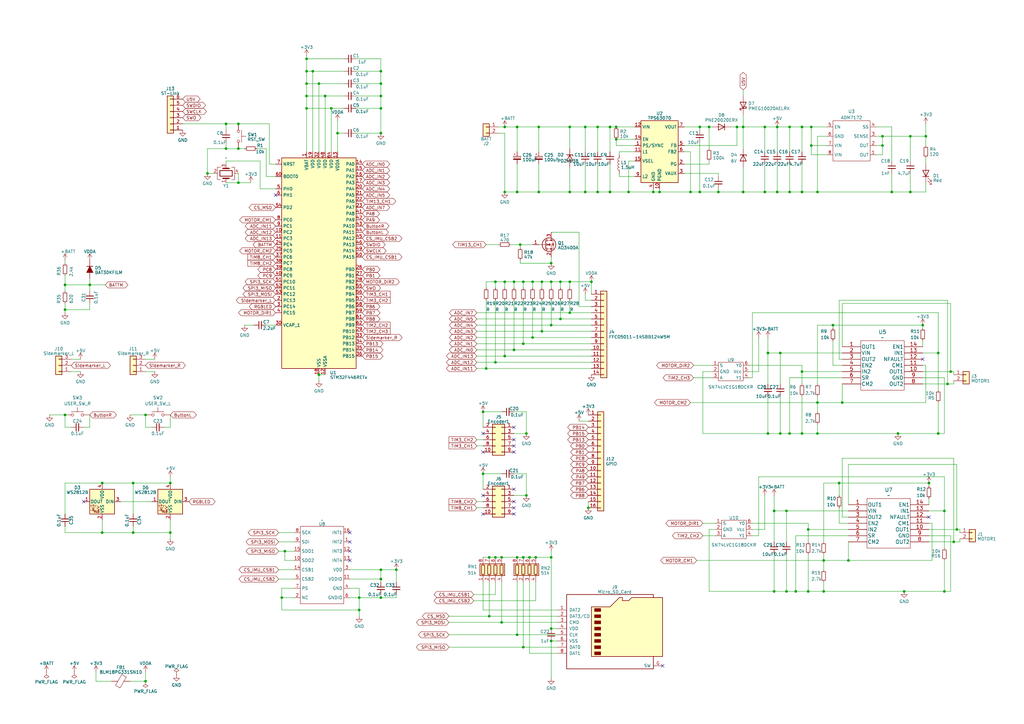
<source format=kicad_sch>
(kicad_sch (version 20230121) (generator eeschema)
  (paper "A3")
  (junction (at 203.2 228.6))
  (junction (at 54.61 198.12))
  (junction (at 328.93 78.74))
  (junction (at 242.57 115.57))
  (junction (at 203.2 115.57))
  (junction (at 220.98 52.07))
  (junction (at 156.21 54.61))
  (junction (at 341.63 133.35))
  (junction (at 41.91 218.44))
  (junction (at 125.73 34.29))
  (junction (at 345.44 165.1))
  (junction (at 147.32 250.19))
  (junction (at 313.69 78.74))
  (junction (at 389.89 152.4))
  (junction (at 200.66 228.6))
  (junction (at 135.89 44.45))
  (junction (at 213.36 100.33))
  (junction (at 156.21 245.11))
  (junction (at 125.73 29.21))
  (junction (at 207.01 146.05))
  (junction (at 328.93 152.4))
  (junction (at 332.74 52.07))
  (junction (at 212.09 228.6))
  (junction (at 226.06 262.89))
  (junction (at 384.81 144.78))
  (junction (at 54.61 218.44))
  (junction (at 226.06 115.57))
  (junction (at 387.35 242.57))
  (junction (at 240.03 52.07))
  (junction (at 229.87 130.81))
  (junction (at 156.21 44.45))
  (junction (at 250.19 52.07))
  (junction (at 212.09 52.07))
  (junction (at 314.96 177.8))
  (junction (at 318.77 78.74))
  (junction (at 323.85 78.74))
  (junction (at 156.21 237.49))
  (junction (at 205.74 228.6))
  (junction (at 92.71 60.96))
  (junction (at 207.01 115.57))
  (junction (at 36.83 116.84))
  (junction (at 314.96 144.78))
  (junction (at 379.73 55.88))
  (junction (at 323.85 177.8))
  (junction (at 156.21 29.21))
  (junction (at 391.16 222.25))
  (junction (at 162.56 233.68))
  (junction (at 392.43 217.17))
  (junction (at 214.63 140.97))
  (junction (at 322.58 242.57))
  (junction (at 210.82 115.57))
  (junction (at 138.43 54.61))
  (junction (at 361.95 55.88))
  (junction (at 347.98 229.87))
  (junction (at 320.04 144.78))
  (junction (at 252.73 52.07))
  (junction (at 26.67 170.18))
  (junction (at 26.67 127))
  (junction (at 318.77 52.07))
  (junction (at 218.44 138.43))
  (junction (at 198.12 168.91))
  (junction (at 85.09 71.12))
  (junction (at 384.81 177.8))
  (junction (at 252.73 57.15))
  (junction (at 69.85 218.44))
  (junction (at 214.63 228.6))
  (junction (at 381 198.12))
  (junction (at 229.87 115.57))
  (junction (at 304.8 52.07))
  (junction (at 290.83 52.07))
  (junction (at 69.85 198.12))
  (junction (at 361.95 59.69))
  (junction (at 287.02 52.07))
  (junction (at 226.06 107.95))
  (junction (at 388.62 157.48))
  (junction (at 287.02 78.74))
  (junction (at 302.26 52.07))
  (junction (at 257.81 78.74))
  (junction (at 365.76 78.74))
  (junction (at 245.11 78.74))
  (junction (at 226.06 257.81))
  (junction (at 220.98 78.74))
  (junction (at 241.3 208.28))
  (junction (at 207.01 78.74))
  (junction (at 294.64 78.74))
  (junction (at 115.57 245.11))
  (junction (at 335.28 165.1))
  (junction (at 215.9 203.2))
  (junction (at 207.01 52.07))
  (junction (at 326.39 242.57))
  (junction (at 233.68 52.07))
  (junction (at 344.17 198.12))
  (junction (at 130.81 34.29))
  (junction (at 214.63 265.43))
  (junction (at 337.82 242.57))
  (junction (at 328.93 177.8))
  (junction (at 116.84 226.06))
  (junction (at 331.47 242.57))
  (junction (at 373.38 78.74))
  (junction (at 233.68 128.27))
  (junction (at 373.38 55.88))
  (junction (at 198.12 194.31))
  (junction (at 283.21 78.74))
  (junction (at 97.79 60.96))
  (junction (at 212.09 260.35))
  (junction (at 92.71 50.8))
  (junction (at 210.82 143.51))
  (junction (at 205.74 255.27))
  (junction (at 267.97 78.74))
  (junction (at 217.17 228.6))
  (junction (at 323.85 52.07))
  (junction (at 218.44 115.57))
  (junction (at 226.06 228.6))
  (junction (at 41.91 198.12))
  (junction (at 387.35 209.55))
  (junction (at 368.3 177.8))
  (junction (at 125.73 44.45))
  (junction (at 125.73 24.13))
  (junction (at 337.82 229.87))
  (junction (at 156.21 233.68))
  (junction (at 317.5 242.57))
  (junction (at 200.66 252.73))
  (junction (at 125.73 39.37))
  (junction (at 130.81 153.67))
  (junction (at 59.69 170.18))
  (junction (at 335.28 78.74))
  (junction (at 215.9 177.8))
  (junction (at 320.04 177.8))
  (junction (at 313.69 52.07))
  (junction (at 226.06 133.35))
  (junction (at 222.25 135.89))
  (junction (at 331.47 217.17))
  (junction (at 304.8 78.74))
  (junction (at 245.11 52.07))
  (junction (at 233.68 78.74))
  (junction (at 212.09 78.74))
  (junction (at 328.93 52.07))
  (junction (at 97.79 74.93))
  (junction (at 199.39 151.13))
  (junction (at 250.19 78.74))
  (junction (at 335.28 177.8))
  (junction (at 322.58 209.55))
  (junction (at 156.21 34.29))
  (junction (at 219.71 228.6))
  (junction (at 59.69 279.4))
  (junction (at 317.5 209.55))
  (junction (at 128.27 29.21))
  (junction (at 240.03 78.74))
  (junction (at 233.68 115.57))
  (junction (at 26.67 116.84))
  (junction (at 133.35 39.37))
  (junction (at 147.32 245.11))
  (junction (at 378.46 133.35))
  (junction (at 97.79 50.8))
  (junction (at 156.21 39.37))
  (junction (at 203.2 148.59))
  (junction (at 370.84 242.57))
  (junction (at 222.25 115.57))
  (junction (at 270.51 78.74))
  (junction (at 214.63 115.57))
  (junction (at 332.74 59.69))
  (no_connect (at 143.51 222.25))
  (no_connect (at 271.78 273.05))
  (no_connect (at 210.82 210.82))
  (no_connect (at 198.12 185.42))
  (no_connect (at 143.51 226.06))
  (no_connect (at 210.82 185.42))
  (no_connect (at 210.82 200.66))
  (no_connect (at 143.51 218.44))
  (no_connect (at 378.46 147.32))
  (no_connect (at 113.03 80.01))
  (no_connect (at 210.82 205.74))
  (no_connect (at 210.82 182.88))
  (no_connect (at 210.82 175.26))
  (no_connect (at 381 212.09))
  (no_connect (at 198.12 177.8))
  (no_connect (at 143.51 229.87))
  (no_connect (at 198.12 210.82))
  (no_connect (at 34.29 205.74))
  (no_connect (at 198.12 203.2))
  (no_connect (at 210.82 180.34))
  (no_connect (at 210.82 208.28))
  (wire (pts (xy 219.71 228.6) (xy 226.06 228.6)))
  (wire (pts (xy 130.81 34.29) (xy 140.97 34.29)))
  (wire (pts (xy 314.96 162.56) (xy 314.96 177.8)))
  (wire (pts (xy 130.81 34.29) (xy 130.81 62.23)))
  (wire (pts (xy 233.68 52.07) (xy 240.03 52.07)))
  (wire (pts (xy 198.12 194.31) (xy 198.12 200.66)))
  (wire (pts (xy 213.36 100.33) (xy 218.44 100.33)))
  (wire (pts (xy 304.8 52.07) (xy 304.8 60.96)))
  (wire (pts (xy 218.44 115.57) (xy 218.44 118.11)))
  (wire (pts (xy 229.87 130.81) (xy 242.57 130.81)))
  (wire (pts (xy 59.69 175.26) (xy 59.69 170.18)))
  (wire (pts (xy 384.81 144.78) (xy 384.81 160.02)))
  (wire (pts (xy 382.27 214.63) (xy 382.27 229.87)))
  (wire (pts (xy 110.49 50.8) (xy 110.49 67.31)))
  (wire (pts (xy 381 204.47) (xy 381 207.01)))
  (wire (pts (xy 378.46 139.7) (xy 378.46 142.24)))
  (wire (pts (xy 287.02 58.42) (xy 287.02 78.74)))
  (wire (pts (xy 207.01 78.74) (xy 212.09 78.74)))
  (wire (pts (xy 125.73 39.37) (xy 125.73 44.45)))
  (wire (pts (xy 219.71 238.76) (xy 219.71 246.38)))
  (wire (pts (xy 85.09 60.96) (xy 92.71 60.96)))
  (wire (pts (xy 320.04 144.78) (xy 345.44 144.78)))
  (wire (pts (xy 195.58 146.05) (xy 207.01 146.05)))
  (wire (pts (xy 288.29 214.63) (xy 293.37 214.63)))
  (wire (pts (xy 229.87 123.19) (xy 229.87 130.81)))
  (wire (pts (xy 345.44 212.09) (xy 345.44 187.96)))
  (wire (pts (xy 317.5 209.55) (xy 322.58 209.55)))
  (wire (pts (xy 359.41 52.07) (xy 365.76 52.07)))
  (wire (pts (xy 220.98 67.31) (xy 220.98 78.74)))
  (wire (pts (xy 203.2 148.59) (xy 242.57 148.59)))
  (wire (pts (xy 373.38 78.74) (xy 379.73 78.74)))
  (wire (pts (xy 314.96 144.78) (xy 314.96 157.48)))
  (wire (pts (xy 212.09 238.76) (xy 212.09 260.35)))
  (wire (pts (xy 200.66 252.73) (xy 228.6 252.73)))
  (wire (pts (xy 63.5 152.4) (xy 59.69 152.4)))
  (wire (pts (xy 314.96 144.78) (xy 320.04 144.78)))
  (wire (pts (xy 62.23 205.74) (xy 49.53 205.74)))
  (wire (pts (xy 318.77 78.74) (xy 323.85 78.74)))
  (wire (pts (xy 240.03 78.74) (xy 245.11 78.74)))
  (wire (pts (xy 110.49 50.8) (xy 97.79 50.8)))
  (wire (pts (xy 361.95 59.69) (xy 361.95 63.5)))
  (wire (pts (xy 337.82 229.87) (xy 347.98 229.87)))
  (wire (pts (xy 212.09 260.35) (xy 228.6 260.35)))
  (wire (pts (xy 337.82 227.33) (xy 337.82 229.87)))
  (wire (pts (xy 203.2 238.76) (xy 203.2 243.84)))
  (wire (pts (xy 326.39 242.57) (xy 331.47 242.57)))
  (wire (pts (xy 207.01 146.05) (xy 242.57 146.05)))
  (wire (pts (xy 147.32 241.3) (xy 147.32 245.11)))
  (wire (pts (xy 391.16 222.25) (xy 393.7 222.25)))
  (wire (pts (xy 146.05 39.37) (xy 156.21 39.37)))
  (wire (pts (xy 114.3 237.49) (xy 120.65 237.49)))
  (wire (pts (xy 294.64 78.74) (xy 304.8 78.74)))
  (wire (pts (xy 29.21 175.26) (xy 26.67 175.26)))
  (wire (pts (xy 135.89 44.45) (xy 135.89 62.23)))
  (wire (pts (xy 205.74 238.76) (xy 205.74 255.27)))
  (wire (pts (xy 212.09 52.07) (xy 220.98 52.07)))
  (wire (pts (xy 26.67 175.26) (xy 26.67 170.18)))
  (wire (pts (xy 288.29 219.71) (xy 293.37 219.71)))
  (wire (pts (xy 389.89 219.71) (xy 389.89 242.57)))
  (wire (pts (xy 233.68 123.19) (xy 233.68 128.27)))
  (wire (pts (xy 328.93 67.31) (xy 328.93 78.74)))
  (wire (pts (xy 341.63 133.35) (xy 341.63 134.62)))
  (wire (pts (xy 311.15 195.58) (xy 387.35 195.58)))
  (wire (pts (xy 290.83 217.17) (xy 290.83 242.57)))
  (wire (pts (xy 332.74 59.69) (xy 332.74 63.5)))
  (wire (pts (xy 214.63 123.19) (xy 214.63 140.97)))
  (wire (pts (xy 287.02 52.07) (xy 290.83 52.07)))
  (wire (pts (xy 195.58 151.13) (xy 199.39 151.13)))
  (wire (pts (xy 85.09 71.12) (xy 87.63 71.12)))
  (wire (pts (xy 228.6 262.89) (xy 226.06 262.89)))
  (wire (pts (xy 280.67 52.07) (xy 287.02 52.07)))
  (wire (pts (xy 195.58 130.81) (xy 229.87 130.81)))
  (wire (pts (xy 204.47 52.07) (xy 207.01 52.07)))
  (wire (pts (xy 138.43 54.61) (xy 140.97 54.61)))
  (wire (pts (xy 36.83 127) (xy 26.67 127)))
  (wire (pts (xy 250.19 67.31) (xy 250.19 78.74)))
  (wire (pts (xy 359.41 59.69) (xy 361.95 59.69)))
  (wire (pts (xy 335.28 55.88) (xy 335.28 78.74)))
  (wire (pts (xy 226.06 262.89) (xy 226.06 278.13)))
  (wire (pts (xy 290.83 242.57) (xy 317.5 242.57)))
  (wire (pts (xy 146.05 54.61) (xy 156.21 54.61)))
  (wire (pts (xy 328.93 177.8) (xy 335.28 177.8)))
  (wire (pts (xy 378.46 144.78) (xy 384.81 144.78)))
  (wire (pts (xy 323.85 154.94) (xy 323.85 177.8)))
  (wire (pts (xy 240.03 67.31) (xy 240.03 78.74)))
  (wire (pts (xy 344.17 147.32) (xy 344.17 123.19)))
  (wire (pts (xy 198.12 168.91) (xy 205.74 168.91)))
  (wire (pts (xy 345.44 154.94) (xy 323.85 154.94)))
  (wire (pts (xy 381 198.12) (xy 381 199.39)))
  (wire (pts (xy 115.57 245.11) (xy 120.65 245.11)))
  (wire (pts (xy 387.35 154.94) (xy 387.35 177.8)))
  (wire (pts (xy 115.57 250.19) (xy 147.32 250.19)))
  (wire (pts (xy 387.35 195.58) (xy 387.35 209.55)))
  (wire (pts (xy 233.68 115.57) (xy 233.68 118.11)))
  (wire (pts (xy 245.11 52.07) (xy 250.19 52.07)))
  (wire (pts (xy 41.91 213.36) (xy 41.91 218.44)))
  (wire (pts (xy 292.1 152.4) (xy 288.29 152.4)))
  (wire (pts (xy 379.73 55.88) (xy 379.73 59.69)))
  (wire (pts (xy 379.73 64.77) (xy 379.73 67.31)))
  (wire (pts (xy 387.35 209.55) (xy 387.35 224.79)))
  (wire (pts (xy 323.85 78.74) (xy 328.93 78.74)))
  (wire (pts (xy 34.29 175.26) (xy 36.83 175.26)))
  (wire (pts (xy 220.98 52.07) (xy 233.68 52.07)))
  (wire (pts (xy 323.85 67.31) (xy 323.85 78.74)))
  (wire (pts (xy 328.93 162.56) (xy 328.93 177.8)))
  (wire (pts (xy 332.74 63.5) (xy 339.09 63.5)))
  (wire (pts (xy 69.85 218.44) (xy 54.61 218.44)))
  (wire (pts (xy 382.27 229.87) (xy 347.98 229.87)))
  (wire (pts (xy 226.06 257.81) (xy 228.6 257.81)))
  (wire (pts (xy 222.25 123.19) (xy 222.25 135.89)))
  (wire (pts (xy 203.2 115.57) (xy 207.01 115.57)))
  (wire (pts (xy 341.63 149.86) (xy 345.44 149.86)))
  (wire (pts (xy 280.67 67.31) (xy 290.83 67.31)))
  (wire (pts (xy 307.34 154.94) (xy 308.61 154.94)))
  (wire (pts (xy 125.73 44.45) (xy 135.89 44.45)))
  (wire (pts (xy 320.04 177.8) (xy 323.85 177.8)))
  (wire (pts (xy 146.05 29.21) (xy 156.21 29.21)))
  (wire (pts (xy 323.85 177.8) (xy 328.93 177.8)))
  (wire (pts (xy 233.68 115.57) (xy 242.57 115.57)))
  (wire (pts (xy 204.47 54.61) (xy 207.01 54.61)))
  (wire (pts (xy 368.3 177.8) (xy 384.81 177.8)))
  (wire (pts (xy 226.06 226.06) (xy 226.06 228.6)))
  (wire (pts (xy 207.01 54.61) (xy 207.01 78.74)))
  (wire (pts (xy 110.49 67.31) (xy 113.03 67.31)))
  (wire (pts (xy 69.85 220.98) (xy 69.85 218.44)))
  (wire (pts (xy 252.73 57.15) (xy 252.73 59.69)))
  (wire (pts (xy 378.46 157.48) (xy 388.62 157.48)))
  (wire (pts (xy 143.51 245.11) (xy 147.32 245.11)))
  (wire (pts (xy 384.81 128.27) (xy 384.81 144.78)))
  (wire (pts (xy 218.44 123.19) (xy 218.44 138.43)))
  (wire (pts (xy 237.49 95.25) (xy 237.49 125.73)))
  (wire (pts (xy 331.47 242.57) (xy 337.82 242.57)))
  (wire (pts (xy 254 72.39) (xy 260.35 72.39)))
  (wire (pts (xy 143.51 237.49) (xy 156.21 237.49)))
  (wire (pts (xy 212.09 78.74) (xy 220.98 78.74)))
  (wire (pts (xy 135.89 44.45) (xy 140.97 44.45)))
  (wire (pts (xy 229.87 115.57) (xy 233.68 115.57)))
  (wire (pts (xy 33.02 152.4) (xy 29.21 152.4)))
  (wire (pts (xy 147.32 250.19) (xy 147.32 245.11)))
  (wire (pts (xy 54.61 218.44) (xy 41.91 218.44)))
  (wire (pts (xy 392.43 190.5) (xy 392.43 217.17)))
  (wire (pts (xy 125.73 44.45) (xy 125.73 62.23)))
  (wire (pts (xy 222.25 135.89) (xy 242.57 135.89)))
  (wire (pts (xy 233.68 128.27) (xy 242.57 128.27)))
  (wire (pts (xy 313.69 67.31) (xy 313.69 78.74)))
  (wire (pts (xy 156.21 29.21) (xy 156.21 34.29)))
  (wire (pts (xy 233.68 78.74) (xy 240.03 78.74)))
  (wire (pts (xy 302.26 59.69) (xy 302.26 52.07)))
  (wire (pts (xy 339.09 55.88) (xy 335.28 55.88)))
  (wire (pts (xy 365.76 52.07) (xy 365.76 66.04)))
  (wire (pts (xy 317.5 209.55) (xy 317.5 222.25)))
  (wire (pts (xy 125.73 24.13) (xy 125.73 29.21)))
  (wire (pts (xy 361.95 55.88) (xy 361.95 59.69)))
  (wire (pts (xy 109.22 72.39) (xy 113.03 72.39)))
  (wire (pts (xy 128.27 29.21) (xy 140.97 29.21)))
  (wire (pts (xy 254 62.23) (xy 260.35 62.23)))
  (wire (pts (xy 379.73 149.86) (xy 379.73 165.1)))
  (wire (pts (xy 120.65 229.87) (xy 116.84 229.87)))
  (wire (pts (xy 307.34 149.86) (xy 328.93 149.86)))
  (wire (pts (xy 345.44 147.32) (xy 344.17 147.32)))
  (wire (pts (xy 226.06 115.57) (xy 229.87 115.57)))
  (wire (pts (xy 195.58 133.35) (xy 226.06 133.35)))
  (wire (pts (xy 143.51 241.3) (xy 147.32 241.3)))
  (wire (pts (xy 138.43 54.61) (xy 138.43 49.53)))
  (wire (pts (xy 226.06 115.57) (xy 226.06 118.11)))
  (wire (pts (xy 199.39 123.19) (xy 199.39 151.13)))
  (wire (pts (xy 130.81 153.67) (xy 133.35 153.67)))
  (wire (pts (xy 220.98 78.74) (xy 233.68 78.74)))
  (wire (pts (xy 320.04 162.56) (xy 320.04 177.8)))
  (wire (pts (xy 373.38 71.12) (xy 373.38 78.74)))
  (wire (pts (xy 345.44 124.46) (xy 389.89 124.46)))
  (wire (pts (xy 347.98 190.5) (xy 392.43 190.5)))
  (wire (pts (xy 210.82 177.8) (xy 215.9 177.8)))
  (wire (pts (xy 200.66 238.76) (xy 200.66 252.73)))
  (wire (pts (xy 106.68 66.04) (xy 92.71 66.04)))
  (wire (pts (xy 245.11 62.23) (xy 245.11 52.07)))
  (wire (pts (xy 195.58 143.51) (xy 210.82 143.51)))
  (wire (pts (xy 388.62 157.48) (xy 391.16 157.48)))
  (wire (pts (xy 280.67 62.23) (xy 283.21 62.23)))
  (wire (pts (xy 53.34 279.4) (xy 59.69 279.4)))
  (wire (pts (xy 184.15 265.43) (xy 214.63 265.43)))
  (wire (pts (xy 209.55 100.33) (xy 213.36 100.33)))
  (wire (pts (xy 331.47 227.33) (xy 331.47 242.57)))
  (wire (pts (xy 69.85 213.36) (xy 69.85 218.44)))
  (wire (pts (xy 162.56 245.11) (xy 156.21 245.11)))
  (wire (pts (xy 143.51 233.68) (xy 156.21 233.68)))
  (wire (pts (xy 214.63 115.57) (xy 214.63 118.11)))
  (wire (pts (xy 195.58 208.28) (xy 198.12 208.28)))
  (wire (pts (xy 215.9 194.31) (xy 215.9 203.2)))
  (wire (pts (xy 381 219.71) (xy 389.89 219.71)))
  (wire (pts (xy 184.15 255.27) (xy 205.74 255.27)))
  (wire (pts (xy 379.73 165.1) (xy 345.44 165.1)))
  (wire (pts (xy 328.93 52.07) (xy 332.74 52.07)))
  (wire (pts (xy 254 71.12) (xy 254 72.39)))
  (wire (pts (xy 113.03 77.47) (xy 106.68 77.47)))
  (wire (pts (xy 198.12 194.31) (xy 205.74 194.31)))
  (wire (pts (xy 290.83 52.07) (xy 292.1 52.07)))
  (wire (pts (xy 26.67 116.84) (xy 36.83 116.84)))
  (wire (pts (xy 304.8 68.58) (xy 304.8 78.74)))
  (wire (pts (xy 290.83 67.31) (xy 290.83 66.04)))
  (wire (pts (xy 267.97 78.74) (xy 267.97 77.47)))
  (wire (pts (xy 345.44 142.24) (xy 345.44 124.46)))
  (wire (pts (xy 304.8 39.37) (xy 304.8 36.83)))
  (wire (pts (xy 207.01 52.07) (xy 212.09 52.07)))
  (wire (pts (xy 195.58 140.97) (xy 214.63 140.97)))
  (wire (pts (xy 335.28 133.35) (xy 335.28 157.48)))
  (wire (pts (xy 26.67 124.46) (xy 26.67 127)))
  (wire (pts (xy 212.09 228.6) (xy 214.63 228.6)))
  (wire (pts (xy 347.98 222.25) (xy 347.98 229.87)))
  (wire (pts (xy 337.82 198.12) (xy 337.82 222.25)))
  (wire (pts (xy 226.06 123.19) (xy 226.06 133.35)))
  (wire (pts (xy 302.26 52.07) (xy 304.8 52.07)))
  (wire (pts (xy 328.93 149.86) (xy 328.93 152.4)))
  (wire (pts (xy 361.95 63.5) (xy 359.41 63.5)))
  (wire (pts (xy 287.02 78.74) (xy 294.64 78.74)))
  (wire (pts (xy 198.12 238.76) (xy 198.12 250.19)))
  (wire (pts (xy 284.48 149.86) (xy 292.1 149.86)))
  (wire (pts (xy 218.44 138.43) (xy 242.57 138.43)))
  (wire (pts (xy 361.95 55.88) (xy 359.41 55.88)))
  (wire (pts (xy 210.82 168.91) (xy 215.9 168.91)))
  (wire (pts (xy 328.93 152.4) (xy 345.44 152.4)))
  (wire (pts (xy 156.21 44.45) (xy 156.21 54.61)))
  (wire (pts (xy 347.98 219.71) (xy 326.39 219.71)))
  (wire (pts (xy 53.34 170.18) (xy 59.69 170.18)))
  (wire (pts (xy 125.73 24.13) (xy 125.73 22.86)))
  (wire (pts (xy 267.97 78.74) (xy 270.51 78.74)))
  (wire (pts (xy 347.98 207.01) (xy 347.98 190.5)))
  (wire (pts (xy 29.21 147.32) (xy 33.02 147.32)))
  (wire (pts (xy 156.21 243.84) (xy 156.21 245.11)))
  (wire (pts (xy 59.69 147.32) (xy 63.5 147.32)))
  (wire (pts (xy 328.93 152.4) (xy 328.93 157.48)))
  (wire (pts (xy 20.32 170.18) (xy 26.67 170.18)))
  (wire (pts (xy 203.2 228.6) (xy 205.74 228.6)))
  (wire (pts (xy 270.51 78.74) (xy 283.21 78.74)))
  (wire (pts (xy 97.79 71.12) (xy 97.79 74.93)))
  (wire (pts (xy 252.73 59.69) (xy 260.35 59.69)))
  (wire (pts (xy 195.58 205.74) (xy 198.12 205.74)))
  (wire (pts (xy 156.21 233.68) (xy 162.56 233.68)))
  (wire (pts (xy 378.46 149.86) (xy 379.73 149.86)))
  (wire (pts (xy 257.81 66.04) (xy 257.81 78.74)))
  (wire (pts (xy 92.71 53.34) (xy 92.71 50.8)))
  (wire (pts (xy 378.46 154.94) (xy 387.35 154.94)))
  (wire (pts (xy 317.5 203.2) (xy 317.5 209.55)))
  (wire (pts (xy 392.43 217.17) (xy 393.7 217.17)))
  (wire (pts (xy 283.21 78.74) (xy 287.02 78.74)))
  (wire (pts (xy 92.71 60.96) (xy 97.79 60.96)))
  (wire (pts (xy 393.7 217.17) (xy 393.7 218.44)))
  (wire (pts (xy 146.05 44.45) (xy 156.21 44.45)))
  (wire (pts (xy 210.82 194.31) (xy 215.9 194.31)))
  (wire (pts (xy 125.73 39.37) (xy 133.35 39.37)))
  (wire (pts (xy 97.79 74.93) (xy 102.87 74.93)))
  (wire (pts (xy 313.69 203.2) (xy 313.69 217.17)))
  (wire (pts (xy 220.98 52.07) (xy 220.98 62.23)))
  (wire (pts (xy 36.83 116.84) (xy 43.18 116.84)))
  (wire (pts (xy 328.93 52.07) (xy 328.93 62.23)))
  (wire (pts (xy 389.89 124.46) (xy 389.89 152.4)))
  (wire (pts (xy 335.28 173.99) (xy 335.28 177.8)))
  (wire (pts (xy 125.73 34.29) (xy 125.73 39.37)))
  (wire (pts (xy 85.09 71.12) (xy 85.09 60.96)))
  (wire (pts (xy 379.73 50.8) (xy 379.73 55.88)))
  (wire (pts (xy 373.38 55.88) (xy 373.38 66.04)))
  (wire (pts (xy 140.97 24.13) (xy 125.73 24.13)))
  (wire (pts (xy 114.3 222.25) (xy 120.65 222.25)))
  (wire (pts (xy 120.65 241.3) (xy 115.57 241.3)))
  (wire (pts (xy 36.83 116.84) (xy 36.83 119.38)))
  (wire (pts (xy 381 214.63) (xy 382.27 214.63)))
  (wire (pts (xy 205.74 255.27) (xy 228.6 255.27)))
  (wire (pts (xy 335.28 162.56) (xy 335.28 165.1)))
  (wire (pts (xy 215.9 168.91) (xy 215.9 177.8)))
  (wire (pts (xy 241.3 205.74) (xy 241.3 208.28)))
  (wire (pts (xy 213.36 107.95) (xy 226.06 107.95)))
  (wire (pts (xy 370.84 242.57) (xy 387.35 242.57)))
  (wire (pts (xy 210.82 203.2) (xy 215.9 203.2)))
  (wire (pts (xy 314.96 138.43) (xy 314.96 144.78)))
  (wire (pts (xy 109.22 133.35) (xy 113.03 133.35)))
  (wire (pts (xy 365.76 78.74) (xy 335.28 78.74)))
  (wire (pts (xy 317.5 242.57) (xy 322.58 242.57)))
  (wire (pts (xy 212.09 67.31) (xy 212.09 78.74)))
  (wire (pts (xy 130.81 153.67) (xy 130.81 156.21)))
  (wire (pts (xy 41.91 218.44) (xy 26.67 218.44)))
  (wire (pts (xy 335.28 165.1) (xy 335.28 168.91)))
  (wire (pts (xy 347.98 212.09) (xy 345.44 212.09)))
  (wire (pts (xy 237.49 125.73) (xy 242.57 125.73)))
  (wire (pts (xy 106.68 77.47) (xy 106.68 66.04)))
  (wire (pts (xy 378.46 152.4) (xy 389.89 152.4)))
  (wire (pts (xy 311.15 152.4) (xy 307.34 152.4)))
  (wire (pts (xy 361.95 55.88) (xy 373.38 55.88)))
  (wire (pts (xy 39.37 275.59) (xy 39.37 279.4)))
  (wire (pts (xy 54.61 198.12) (xy 41.91 198.12)))
  (wire (pts (xy 318.77 67.31) (xy 318.77 78.74)))
  (wire (pts (xy 217.17 228.6) (xy 219.71 228.6)))
  (wire (pts (xy 67.31 175.26) (xy 69.85 175.26)))
  (wire (pts (xy 54.61 198.12) (xy 54.61 210.82)))
  (wire (pts (xy 313.69 217.17) (xy 308.61 217.17)))
  (wire (pts (xy 199.39 115.57) (xy 203.2 115.57)))
  (wire (pts (xy 331.47 217.17) (xy 347.98 217.17)))
  (wire (pts (xy 195.58 128.27) (xy 233.68 128.27)))
  (wire (pts (xy 308.61 219.71) (xy 311.15 219.71)))
  (wire (pts (xy 100.33 133.35) (xy 104.14 133.35)))
  (wire (pts (xy 156.21 24.13) (xy 156.21 29.21)))
  (wire (pts (xy 365.76 78.74) (xy 373.38 78.74)))
  (wire (pts (xy 26.67 215.9) (xy 26.67 218.44)))
  (wire (pts (xy 226.06 228.6) (xy 226.06 257.81)))
  (wire (pts (xy 92.71 67.31) (xy 92.71 66.04)))
  (wire (pts (xy 378.46 133.35) (xy 378.46 134.62)))
  (wire (pts (xy 147.32 245.11) (xy 156.21 245.11)))
  (wire (pts (xy 387.35 229.87) (xy 387.35 242.57)))
  (wire (pts (xy 114.3 218.44) (xy 120.65 218.44)))
  (wire (pts (xy 313.69 52.07) (xy 313.69 62.23)))
  (wire (pts (xy 162.56 243.84) (xy 162.56 245.11)))
  (wire (pts (xy 128.27 29.21) (xy 128.27 62.23)))
  (wire (pts (xy 391.16 152.4) (xy 391.16 153.67)))
  (wire (pts (xy 318.77 52.07) (xy 323.85 52.07)))
  (wire (pts (xy 195.58 182.88) (xy 198.12 182.88)))
  (wire (pts (xy 322.58 242.57) (xy 326.39 242.57)))
  (wire (pts (xy 381 222.25) (xy 391.16 222.25)))
  (wire (pts (xy 337.82 238.76) (xy 337.82 242.57)))
  (wire (pts (xy 156.21 233.68) (xy 156.21 237.49)))
  (wire (pts (xy 337.82 229.87) (xy 285.75 229.87)))
  (wire (pts (xy 389.89 152.4) (xy 391.16 152.4)))
  (wire (pts (xy 36.83 175.26) (xy 36.83 170.18)))
  (wire (pts (xy 207.01 115.57) (xy 210.82 115.57)))
  (wire (pts (xy 69.85 175.26) (xy 69.85 170.18)))
  (wire (pts (xy 320.04 144.78) (xy 320.04 157.48)))
  (wire (pts (xy 138.43 54.61) (xy 138.43 62.23)))
  (wire (pts (xy 195.58 148.59) (xy 203.2 148.59)))
  (wire (pts (xy 156.21 237.49) (xy 156.21 238.76)))
  (wire (pts (xy 335.28 165.1) (xy 283.21 165.1)))
  (wire (pts (xy 92.71 50.8) (xy 97.79 50.8)))
  (wire (pts (xy 337.82 198.12) (xy 344.17 198.12)))
  (wire (pts (xy 328.93 78.74) (xy 335.28 78.74)))
  (wire (pts (xy 293.37 217.17) (xy 290.83 217.17)))
  (wire (pts (xy 156.21 34.29) (xy 156.21 39.37)))
  (wire (pts (xy 387.35 242.57) (xy 389.89 242.57)))
  (wire (pts (xy 226.06 105.41) (xy 226.06 107.95)))
  (wire (pts (xy 125.73 34.29) (xy 130.81 34.29)))
  (wire (pts (xy 245.11 78.74) (xy 250.19 78.74)))
  (wire (pts (xy 203.2 123.19) (xy 203.2 148.59)))
  (wire (pts (xy 393.7 222.25) (xy 393.7 220.98)))
  (wire (pts (xy 214.63 140.97) (xy 242.57 140.97)))
  (wire (pts (xy 252.73 57.15) (xy 260.35 57.15)))
  (wire (pts (xy 344.17 198.12) (xy 344.17 203.2)))
  (wire (pts (xy 146.05 34.29) (xy 156.21 34.29)))
  (wire (pts (xy 214.63 228.6) (xy 217.17 228.6)))
  (wire (pts (xy 322.58 227.33) (xy 322.58 242.57)))
  (wire (pts (xy 116.84 226.06) (xy 120.65 226.06)))
  (wire (pts (xy 198.12 168.91) (xy 198.12 175.26)))
  (wire (pts (xy 254 63.5) (xy 254 62.23)))
  (wire (pts (xy 311.15 219.71) (xy 311.15 195.58)))
  (wire (pts (xy 69.85 195.58) (xy 69.85 198.12)))
  (wire (pts (xy 388.62 123.19) (xy 388.62 157.48)))
  (wire (pts (xy 200.66 228.6) (xy 203.2 228.6)))
  (wire (pts (xy 41.91 198.12) (xy 26.67 198.12)))
  (wire (pts (xy 199.39 115.57) (xy 199.39 118.11)))
  (wire (pts (xy 294.64 77.47) (xy 294.64 78.74)))
  (wire (pts (xy 313.69 52.07) (xy 318.77 52.07)))
  (wire (pts (xy 379.73 74.93) (xy 379.73 78.74)))
  (wire (pts (xy 195.58 138.43) (xy 218.44 138.43)))
  (wire (pts (xy 207.01 115.57) (xy 207.01 118.11)))
  (wire (pts (xy 233.68 52.07) (xy 233.68 60.96)))
  (wire (pts (xy 62.23 175.26) (xy 59.69 175.26)))
  (wire (pts (xy 36.83 114.3) (xy 36.83 116.84)))
  (wire (pts (xy 314.96 177.8) (xy 320.04 177.8)))
  (wire (pts (xy 217.17 267.97) (xy 228.6 267.97)))
  (wire (pts (xy 26.67 106.68) (xy 26.67 107.95)))
  (wire (pts (xy 203.2 243.84) (xy 194.31 243.84)))
  (wire (pts (xy 250.19 62.23) (xy 250.19 52.07)))
  (wire (pts (xy 210.82 115.57) (xy 210.82 118.11)))
  (wire (pts (xy 308.61 128.27) (xy 384.81 128.27)))
  (wire (pts (xy 184.15 260.35) (xy 212.09 260.35)))
  (wire (pts (xy 345.44 187.96) (xy 391.16 187.96)))
  (wire (pts (xy 384.81 177.8) (xy 387.35 177.8)))
  (wire (pts (xy 198.12 250.19) (xy 228.6 250.19)))
  (wire (pts (xy 304.8 52.07) (xy 313.69 52.07)))
  (wire (pts (xy 226.06 133.35) (xy 242.57 133.35)))
  (wire (pts (xy 146.05 24.13) (xy 156.21 24.13)))
  (wire (pts (xy 133.35 39.37) (xy 140.97 39.37)))
  (wire (pts (xy 92.71 58.42) (xy 92.71 60.96)))
  (wire (pts (xy 114.3 226.06) (xy 116.84 226.06)))
  (wire (pts (xy 105.41 60.96) (xy 109.22 60.96)))
  (wire (pts (xy 97.79 74.93) (xy 92.71 74.93)))
  (wire (pts (xy 331.47 217.17) (xy 331.47 222.25)))
  (wire (pts (xy 26.67 198.12) (xy 26.67 210.82)))
  (wire (pts (xy 323.85 52.07) (xy 323.85 62.23)))
  (wire (pts (xy 214.63 238.76) (xy 214.63 265.43)))
  (wire (pts (xy 317.5 227.33) (xy 317.5 242.57)))
  (wire (pts (xy 240.03 52.07) (xy 245.11 52.07)))
  (wire (pts (xy 335.28 165.1) (xy 345.44 165.1)))
  (wire (pts (xy 245.11 67.31) (xy 245.11 78.74)))
  (wire (pts (xy 212.09 52.07) (xy 212.09 62.23)))
  (wire (pts (xy 125.73 29.21) (xy 125.73 34.29)))
  (wire (pts (xy 195.58 135.89) (xy 222.25 135.89)))
  (wire (pts (xy 257.81 78.74) (xy 267.97 78.74)))
  (wire (pts (xy 280.67 59.69) (xy 302.26 59.69)))
  (wire (pts (xy 337.82 242.57) (xy 370.84 242.57)))
  (wire (pts (xy 381 217.17) (xy 392.43 217.17)))
  (wire (pts (xy 219.71 246.38) (xy 194.31 246.38)))
  (wire (pts (xy 213.36 107.95) (xy 213.36 106.68)))
  (wire (pts (xy 284.48 154.94) (xy 292.1 154.94)))
  (wire (pts (xy 195.58 180.34) (xy 198.12 180.34)))
  (wire (pts (xy 147.32 252.73) (xy 147.32 250.19)))
  (wire (pts (xy 250.19 52.07) (xy 252.73 52.07)))
  (wire (pts (xy 260.35 66.04) (xy 257.81 66.04)))
  (wire (pts (xy 217.17 238.76) (xy 217.17 267.97)))
  (wire (pts (xy 252.73 52.07) (xy 260.35 52.07)))
  (wire (pts (xy 184.15 252.73) (xy 200.66 252.73)))
  (wire (pts (xy 39.37 279.4) (xy 45.72 279.4)))
  (wire (pts (xy 335.28 177.8) (xy 368.3 177.8)))
  (wire (pts (xy 222.25 115.57) (xy 226.06 115.57)))
  (wire (pts (xy 332.74 52.07) (xy 332.74 59.69)))
  (wire (pts (xy 381 209.55) (xy 387.35 209.55)))
  (wire (pts (xy 36.83 124.46) (xy 36.83 127)))
  (wire (pts (xy 233.68 68.58) (xy 233.68 78.74)))
  (wire (pts (xy 69.85 198.12) (xy 54.61 198.12)))
  (wire (pts (xy 226.06 95.25) (xy 237.49 95.25)))
  (wire (pts (xy 240.03 120.65) (xy 240.03 123.19)))
  (wire (pts (xy 288.29 152.4) (xy 288.29 177.8)))
  (wire (pts (xy 116.84 229.87) (xy 116.84 226.06)))
  (wire (pts (xy 237.49 172.72) (xy 241.3 172.72)))
  (wire (pts (xy 214.63 265.43) (xy 228.6 265.43)))
  (wire (pts (xy 210.82 115.57) (xy 214.63 115.57)))
  (wire (pts (xy 114.3 233.68) (xy 120.65 233.68)))
  (wire (pts (xy 109.22 60.96) (xy 109.22 72.39)))
  (wire (pts (xy 335.28 133.35) (xy 341.63 133.35)))
  (wire (pts (xy 322.58 209.55) (xy 347.98 209.55)))
  (wire (pts (xy 74.93 50.8) (xy 92.71 50.8)))
  (wire (pts (xy 344.17 214.63) (xy 347.98 214.63)))
  (wire (pts (xy 210.82 143.51) (xy 242.57 143.51)))
  (wire (pts (xy 283.21 62.23) (xy 283.21 78.74)))
  (wire (pts (xy 115.57 245.11) (xy 115.57 250.19)))
  (wire (pts (xy 242.57 115.57) (xy 242.57 120.65)))
  (wire (pts (xy 270.51 78.74) (xy 270.51 77.47)))
  (wire (pts (xy 304.8 46.99) (xy 304.8 52.07)))
  (wire (pts (xy 214.63 115.57) (xy 218.44 115.57)))
  (wire (pts (xy 203.2 115.57) (xy 203.2 118.11)))
  (wire (pts (xy 331.47 214.63) (xy 331.47 217.17)))
  (wire (pts (xy 341.63 133.35) (xy 378.46 133.35)))
  (wire (pts (xy 207.01 123.19) (xy 207.01 146.05)))
  (wire (pts (xy 326.39 219.71) (xy 326.39 242.57)))
  (wire (pts (xy 240.03 62.23) (xy 240.03 52.07)))
  (wire (pts (xy 311.15 138.43) (xy 311.15 152.4)))
  (wire (pts (xy 133.35 39.37) (xy 133.35 62.23)))
  (wire (pts (xy 250.19 78.74) (xy 257.81 78.74)))
  (wire (pts (xy 339.09 52.07) (xy 332.74 52.07)))
  (wire (pts (xy 26.67 127) (xy 26.67 128.27)))
  (wire (pts (xy 199.39 151.13) (xy 242.57 151.13)))
  (wire (pts (xy 54.61 215.9) (xy 54.61 218.44)))
  (wire (pts (xy 222.25 115.57) (xy 222.25 118.11)))
  (wire (pts (xy 308.61 154.94) (xy 308.61 128.27)))
  (wire (pts (xy 125.73 29.21) (xy 128.27 29.21)))
  (wire (pts (xy 365.76 71.12) (xy 365.76 78.74)))
  (wire (pts (xy 287.02 52.07) (xy 287.02 53.34)))
  (wire (pts (xy 373.38 55.88) (xy 379.73 55.88)))
  (wire (pts (xy 288.29 177.8) (xy 314.96 177.8)))
  (wire (pts (xy 199.39 100.33) (xy 204.47 100.33)))
  (wire (pts (xy 337.82 229.87) (xy 337.82 233.68)))
  (wire (pts (xy 26.67 116.84) (xy 26.67 119.38)))
  (wire (pts (xy 391.16 187.96) (xy 391.16 222.25)))
  (wire (pts (xy 115.57 241.3) (xy 115.57 245.11)))
  (wire (pts (xy 198.12 228.6) (xy 200.66 228.6)))
  (wire (pts (xy 59.69 279.4) (xy 59.69 275.59)))
  (wire (pts (xy 344.17 198.12) (xy 381 198.12)))
  (wire (pts (xy 156.21 39.37) (xy 156.21 44.45)))
  (wire (pts (xy 341.63 139.7) (xy 341.63 149.86)))
  (wire (pts (xy 205.74 228.6) (xy 212.09 228.6)))
  (wire (pts (xy 322.58 209.55) (xy 322.58 222.25)))
  (wire (pts (xy 344.17 208.28) (xy 344.17 214.63)))
  (wire (pts (xy 323.85 52.07) (xy 328.93 52.07)))
  (wire (pts (xy 318.77 52.07) (xy 318.77 62.23)))
  (wire (pts (xy 345.44 157.48) (xy 345.44 165.1)))
  (wire (pts (xy 344.17 123.19) (xy 388.62 123.19)))
  (wire (pts (xy 290.83 52.07) (xy 290.83 60.96)))
  (wire (pts (xy 391.16 157.48) (xy 391.16 156.21)))
  (wire (pts (xy 229.87 115.57) (xy 229.87 118.11)))
  (wire (pts (xy 213.36 100.33) (xy 213.36 101.6)))
  (wire (pts (xy 384.81 165.1) (xy 384.81 177.8)))
  (wire (pts (xy 210.82 123.19) (xy 210.82 143.51)))
  (wire (pts (xy 308.61 214.63) (xy 331.47 214.63)))
  (wire (pts (xy 294.64 71.12) (xy 294.64 72.39)))
  (wire (pts (xy 299.72 52.07) (xy 302.26 52.07)))
  (wire (pts (xy 280.67 71.12) (xy 294.64 71.12)))
  (wire (pts (xy 304.8 78.74) (xy 313.69 78.74)))
  (wire (pts (xy 313.69 78.74) (xy 318.77 78.74)))
  (wire (pts (xy 97.79 60.96) (xy 100.33 60.96)))
  (wire (pts (xy 339.09 59.69) (xy 332.74 59.69)))
  (wire (pts (xy 162.56 233.68) (xy 162.56 238.76)))
  (wire (pts (xy 26.67 113.03) (xy 26.67 116.84)))
  (wire (pts (xy 240.03 123.19) (xy 242.57 123.19)))
  (wire (pts (xy 218.44 115.57) (xy 222.25 115.57)))
  (global_label "SWDIO" (shape bidirectional) (at 74.93 43.18 0) (property "Intersheetrefs" "${INTERSHEET_REFS}" (effects hide)))
  (global_label "PB14" (shape bidirectional) (at 148.59 143.51 0) (property "Intersheetrefs" "${INTERSHEET_REFS}" (effects hide)))
  (global_label "ButtonL" (shape bidirectional) (at 69.85 170.18 0) (property "Intersheetrefs" "${INTERSHEET_REFS}" (effects hide)))
  (global_label "MOTOR_DIR1" (shape bidirectional) (at 113.03 128.27 180) (property "Intersheetrefs" "${INTERSHEET_REFS}" (effects hide)))
  (global_label "ButtonR" (shape bidirectional) (at 148.59 92.71 0) (property "Intersheetrefs" "${INTERSHEET_REFS}" (effects hide)))
  (global_label "ButtonL" (shape bidirectional) (at 148.59 95.25 0) (property "Intersheetrefs" "${INTERSHEET_REFS}" (effects hide)))
  (global_label "TIM3_CH1" (shape input) (at 148.59 120.65 0) (property "Intersheetrefs" "${INTERSHEET_REFS}" (effects hide)))
  (global_label "PB6" (shape bidirectional) (at 148.59 125.73 0) (property "Intersheetrefs" "${INTERSHEET_REFS}" (effects hide)))
  (global_label "MOTOR_CM1" (shape bidirectional) (at 285.75 229.87 180) (property "Intersheetrefs" "${INTERSHEET_REFS}" (effects hide)))
  (global_label "ADC_IN4" (shape bidirectional) (at 195.58 133.35 180) (property "Intersheetrefs" "${INTERSHEET_REFS}" (effects hide)))
  (global_label "SPI3_SCK" (shape bidirectional) (at 114.3 218.44 180) (property "Intersheetrefs" "${INTERSHEET_REFS}" (effects hide)))
  (global_label "MOTOR_DIR1" (shape bidirectional) (at 288.29 214.63 180) (property "Intersheetrefs" "${INTERSHEET_REFS}" (effects hide)))
  (global_label "CS_IMU_CSB1" (shape bidirectional) (at 194.31 243.84 180) (property "Intersheetrefs" "${INTERSHEET_REFS}" (effects hide)))
  (global_label "Sidemarker_R" (shape bidirectional) (at 59.69 149.86 0) (property "Intersheetrefs" "${INTERSHEET_REFS}" (effects hide)))
  (global_label "ADC_IN12" (shape bidirectional) (at 113.03 95.25 180) (property "Intersheetrefs" "${INTERSHEET_REFS}" (effects hide)))
  (global_label "SWCLK" (shape bidirectional) (at 148.59 102.87 0) (property "Intersheetrefs" "${INTERSHEET_REFS}" (effects hide)))
  (global_label "CS_IMU_CSB2" (shape bidirectional) (at 114.3 237.49 180) (property "Intersheetrefs" "${INTERSHEET_REFS}" (effects hide)))
  (global_label "PB15" (shape bidirectional) (at 241.3 177.8 180) (property "Intersheetrefs" "${INTERSHEET_REFS}" (effects hide)))
  (global_label "TIM8_CH2" (shape input) (at 195.58 205.74 180) (property "Intersheetrefs" "${INTERSHEET_REFS}" (effects hide)))
  (global_label "SPI3_SCK" (shape bidirectional) (at 184.15 260.35 180) (property "Intersheetrefs" "${INTERSHEET_REFS}" (effects hide)))
  (global_label "PA8" (shape bidirectional) (at 148.59 87.63 0) (property "Intersheetrefs" "${INTERSHEET_REFS}" (effects hide)))
  (global_label "PB15" (shape bidirectional) (at 148.59 146.05 0) (property "Intersheetrefs" "${INTERSHEET_REFS}" (effects hide)))
  (global_label "ADC_IN5" (shape bidirectional) (at 148.59 80.01 0) (property "Intersheetrefs" "${INTERSHEET_REFS}" (effects hide)))
  (global_label "SPI3_MOSI" (shape bidirectional) (at 113.03 120.65 180) (property "Intersheetrefs" "${INTERSHEET_REFS}" (effects hide)))
  (global_label "ADC_IN13" (shape bidirectional) (at 195.58 146.05 180) (property "Intersheetrefs" "${INTERSHEET_REFS}" (effects hide)))
  (global_label "SPI3_MISO" (shape bidirectional) (at 114.3 226.06 180) (property "Intersheetrefs" "${INTERSHEET_REFS}" (effects hide)))
  (global_label "ADC_IN1" (shape bidirectional) (at 148.59 69.85 0) (property "Intersheetrefs" "${INTERSHEET_REFS}" (effects hide)))
  (global_label "PC9" (shape bidirectional) (at 241.3 190.5 180) (property "Intersheetrefs" "${INTERSHEET_REFS}" (effects hide)))
  (global_label "RGBLED" (shape bidirectional) (at 77.47 205.74 0) (property "Intersheetrefs" "${INTERSHEET_REFS}" (effects hide)))
  (global_label "CS_MSD" (shape bidirectional) (at 184.15 252.73 180) (property "Intersheetrefs" "${INTERSHEET_REFS}" (effects hide)))
  (global_label "BATTM" (shape bidirectional) (at 43.18 116.84 0) (property "Intersheetrefs" "${INTERSHEET_REFS}" (effects hide)))
  (global_label "TIM8_CH1" (shape input) (at 113.03 105.41 180) (property "Intersheetrefs" "${INTERSHEET_REFS}" (effects hide)))
  (global_label "SWCLK" (shape bidirectional) (at 74.93 45.72 0) (property "Intersheetrefs" "${INTERSHEET_REFS}" (effects hide)))
  (global_label "ButtonR" (shape bidirectional) (at 36.83 170.18 0) (property "Intersheetrefs" "${INTERSHEET_REFS}" (effects hide)))
  (global_label "PB1" (shape bidirectional) (at 241.3 185.42 180) (property "Intersheetrefs" "${INTERSHEET_REFS}" (effects hide)))
  (global_label "ADC_IN7" (shape bidirectional) (at 148.59 85.09 0) (property "Intersheetrefs" "${INTERSHEET_REFS}" (effects hide)))
  (global_label "Sidemarker_L" (shape bidirectional) (at 29.21 149.86 0) (property "Intersheetrefs" "${INTERSHEET_REFS}" (effects hide)))
  (global_label "PB8" (shape bidirectional) (at 148.59 130.81 0) (property "Intersheetrefs" "${INTERSHEET_REFS}" (effects hide)))
  (global_label "SWDIO" (shape bidirectional) (at 148.59 100.33 0) (property "Intersheetrefs" "${INTERSHEET_REFS}" (effects hide)))
  (global_label "PB8" (shape bidirectional) (at 241.3 203.2 180) (property "Intersheetrefs" "${INTERSHEET_REFS}" (effects hide)))
  (global_label "PB7" (shape bidirectional) (at 241.3 198.12 180) (property "Intersheetrefs" "${INTERSHEET_REFS}" (effects hide)))
  (global_label "Sidemarker_L" (shape bidirectional) (at 113.03 123.19 180) (property "Intersheetrefs" "${INTERSHEET_REFS}" (effects hide)))
  (global_label "RGBLED" (shape bidirectional) (at 113.03 125.73 180) (property "Intersheetrefs" "${INTERSHEET_REFS}" (effects hide)))
  (global_label "ADC_IN11" (shape bidirectional) (at 113.03 92.71 180) (property "Intersheetrefs" "${INTERSHEET_REFS}" (effects hide)))
  (global_label "PA9" (shape bidirectional) (at 241.3 195.58 180) (property "Intersheetrefs" "${INTERSHEET_REFS}" (effects hide)))
  (global_label "PB13" (shape bidirectional) (at 241.3 180.34 180) (property "Intersheetrefs" "${INTERSHEET_REFS}" (effects hide)))
  (global_label "CS_MSD" (shape bidirectional) (at 113.03 85.09 180) (property "Intersheetrefs" "${INTERSHEET_REFS}" (effects hide)))
  (global_label "TIM3_CH2" (shape input) (at 195.58 180.34 180) (property "Intersheetrefs" "${INTERSHEET_REFS}" (effects hide)))
  (global_label "TIM13_CH1" (shape bidirectional) (at 199.39 100.33 180) (property "Intersheetrefs" "${INTERSHEET_REFS}" (effects hide)))
  (global_label "ADC_IN11" (shape bidirectional) (at 195.58 151.13 180) (property "Intersheetrefs" "${INTERSHEET_REFS}" (effects hide)))
  (global_label "SPI3_MOSI" (shape bidirectional) (at 114.3 222.25 180) (property "Intersheetrefs" "${INTERSHEET_REFS}" (effects hide)))
  (global_label "ADC_IN13" (shape bidirectional) (at 113.03 97.79 180) (property "Intersheetrefs" "${INTERSHEET_REFS}" (effects hide)))
  (global_label "TIM2_CH2" (shape bidirectional) (at 288.29 219.71 180) (property "Intersheetrefs" "${INTERSHEET_REFS}" (effects hide)))
  (global_label "ADC_IN2" (shape bidirectional) (at 148.59 72.39 0) (property "Intersheetrefs" "${INTERSHEET_REFS}" (effects hide)))
  (global_label "SWO" (shape bidirectional) (at 74.93 48.26 0) (property "Intersheetrefs" "${INTERSHEET_REFS}" (effects hide)))
  (global_label "PA8" (shape bidirectional) (at 241.3 193.04 180) (property "Intersheetrefs" "${INTERSHEET_REFS}" (effects hide)))
  (global_label "MOTOR_CM2" (shape bidirectional) (at 113.03 102.87 180) (property "Intersheetrefs" "${INTERSHEET_REFS}" (effects hide)))
  (global_label "MOTOR_CM2" (shape bidirectional) (at 283.21 165.1 180) (property "Intersheetrefs" "${INTERSHEET_REFS}" (effects hide)))
  (global_label "PB0" (shape bidirectional) (at 148.59 110.49 0) (property "Intersheetrefs" "${INTERSHEET_REFS}" (effects hide)))
  (global_label "TIM8_CH1" (shape input) (at 195.58 208.28 180) (property "Intersheetrefs" "${INTERSHEET_REFS}" (effects hide)))
  (global_label "CS_IMU_CSB1" (shape bidirectional) (at 148.59 105.41 0) (property "Intersheetrefs" "${INTERSHEET_REFS}" (effects hide)))
  (global_label "MOTOR_DIR2" (shape bidirectional) (at 284.48 149.86 180) (property "Intersheetrefs" "${INTERSHEET_REFS}" (effects hide)))
  (global_label "CS_IMU_CSB2" (shape bidirectional) (at 194.31 246.38 180) (property "Intersheetrefs" "${INTERSHEET_REFS}" (effects hide)))
  (global_label "ADC_IN2" (shape bidirectional) (at 195.58 138.43 180) (property "Intersheetrefs" "${INTERSHEET_REFS}" (effects hide)))
  (global_label "TIM2_CH3" (shape bidirectional) (at 284.48 154.94 180) (property "Intersheetrefs" "${INTERSHEET_REFS}" (effects hide)))
  (global_label "TIM3_CH1" (shape input) (at 195.58 182.88 180) (property "Intersheetrefs" "${INTERSHEET_REFS}" (effects hide)))
  (global_label "TIM2_CH3" (shape input) (at 148.59 135.89 0) (property "Intersheetrefs" "${INTERSHEET_REFS}" (effects hide)))
  (global_label "ADC_IN4" (shape bidirectional) (at 148.59 77.47 0) (property "Intersheetrefs" "${INTERSHEET_REFS}" (effects hide)))
  (global_label "ADC_IN7" (shape bidirectional) (at 195.58 128.27 180) (property "Intersheetrefs" "${INTERSHEET_REFS}" (effects hide)))
  (global_label "PB0" (shape bidirectional) (at 241.3 182.88 180) (property "Intersheetrefs" "${INTERSHEET_REFS}" (effects hide)))
  (global_label "TIM3_CH2" (shape input) (at 148.59 123.19 0) (property "Intersheetrefs" "${INTERSHEET_REFS}" (effects hide)))
  (global_label "PB1" (shape bidirectional) (at 148.59 113.03 0) (property "Intersheetrefs" "${INTERSHEET_REFS}" (effects hide)))
  (global_label "PB7" (shape bidirectional) (at 148.59 128.27 0) (property "Intersheetrefs" "${INTERSHEET_REFS}" (effects hide)))
  (global_label "SPI3_MISO" (shape bidirectional) (at 113.03 118.11 180) (property "Intersheetrefs" "${INTERSHEET_REFS}" (effects hide)))
  (global_label "ADC_IN3" (shape bidirectional) (at 195.58 135.89 180) (property "Intersheetrefs" "${INTERSHEET_REFS}" (effects hide)))
  (global_label "SPI3_MISO" (shape bidirectional) (at 184.15 265.43 180) (property "Intersheetrefs" "${INTERSHEET_REFS}" (effects hide)))
  (global_label "BATTM" (shape bidirectional) (at 113.03 100.33 180) (property "Intersheetrefs" "${INTERSHEET_REFS}" (effects hide)))
  (global_label "ADC_IN1" (shape bidirectional) (at 195.58 140.97 180) (property "Intersheetrefs" "${INTERSHEET_REFS}" (effects hide)))
  (global_label "PB14" (shape bidirectional) (at 241.3 175.26 180) (property "Intersheetrefs" "${INTERSHEET_REFS}" (effects hide)))
  (global_label "TIM8_CH2" (shape input) (at 113.03 107.95 180) (property "Intersheetrefs" "${INTERSHEET_REFS}" (effects hide)))
  (global_label "PB6" (shape bidirectional) (at 241.3 200.66 180) (property "Intersheetrefs" "${INTERSHEET_REFS}" (effects hide)))
  (global_label "SWO" (shape bidirectional) (at 148.59 118.11 0) (property "Intersheetrefs" "${INTERSHEET_REFS}" (effects hide)))
  (global_label "ADC_IN3" (shape bidirectional) (at 148.59 74.93 0) (property "Intersheetrefs" "${INTERSHEET_REFS}" (effects hide)))
  (global_label "PC9" (shape bidirectional) (at 113.03 113.03 180) (property "Intersheetrefs" "${INTERSHEET_REFS}" (effects hide)))
  (global_label "PC8" (shape bidirectional) (at 241.3 187.96 180) (property "Intersheetrefs" "${INTERSHEET_REFS}" (effects hide)))
  (global_label "SPI3_MOSI" (shape bidirectional) (at 184.15 255.27 180) (property "Intersheetrefs" "${INTERSHEET_REFS}" (effects hide)))
  (global_label "PC8" (shape bidirectional) (at 113.03 110.49 180) (property "Intersheetrefs" "${INTERSHEET_REFS}" (effects hide)))
  (global_label "SPI3_SCK" (shape bidirectional) (at 113.03 115.57 180) (property "Intersheetrefs" "${INTERSHEET_REFS}" (effects hide)))
  (global_label "MOTOR_CM1" (shape bidirectional) (at 113.03 90.17 180) (property "Intersheetrefs" "${INTERSHEET_REFS}" (effects hide)))
  (global_label "ADC_IN12" (shape bidirectional) (at 195.58 148.59 180) (property "Intersheetrefs" "${INTERSHEET_REFS}" (effects hide)))
  (global_label "TIM2_CH2" (shape input) (at 148.59 133.35 0) (property "Intersheetrefs" "${INTERSHEET_REFS}" (effects hide)))
  (global_label "ADC_IN0" (shape bidirectional) (at 148.59 67.31 0) (property "Intersheetrefs" "${INTERSHEET_REFS}" (effects hide)))
  (global_label "ADC_IN5" (shape bidirectional) (at 195.58 130.81 180) (property "Intersheetrefs" "${INTERSHEET_REFS}" (effects hide)))
  (global_label "U5V" (shape bidirectional) (at 304.8 36.83 90) (property "Intersheetrefs" "${INTERSHEET_REFS}" (effects hide)))
  (global_label "CS_IMU_CSB2" (shape bidirectional) (at 148.59 97.79 0) (property "Intersheetrefs" "${INTERSHEET_REFS}" (effects hide)))
  (global_label "PA9" (shape bidirectional) (at 148.59 90.17 0) (property "Intersheetrefs" "${INTERSHEET_REFS}" (effects hide)))
  (global_label "CS_IMU_CSB1" (shape bidirectional) (at 114.3 233.68 180) (property "Intersheetrefs" "${INTERSHEET_REFS}" (effects hide)))
  (global_label "U5V" (shape bidirectional) (at 74.93 40.64 0) (property "Intersheetrefs" "${INTERSHEET_REFS}" (effects hide)))
  (global_label "MOTOR_DIR2" (shape bidirectional) (at 148.59 115.57 0) (property "Intersheetrefs" "${INTERSHEET_REFS}" (effects hide)))
  (global_label "PB13" (shape bidirectional) (at 148.59 140.97 0) (property "Intersheetrefs" "${INTERSHEET_REFS}" (effects hide)))
  (global_label "Sidemarker_R" (shape bidirectional) (at 148.59 138.43 0) (property "Intersheetrefs" "${INTERSHEET_REFS}" (effects hide)))
  (global_label "TIM13_CH1" (shape bidirectional) (at 148.59 82.55 0) (property "Intersheetrefs" "${INTERSHEET_REFS}" (effects hide)))
  (global_label "ADC_IN0" (shape bidirectional) (at 195.58 143.51 180) (property "Intersheetrefs" "${INTERSHEET_REFS}" (effects hide)))
  (symbol (lib_id "Device:C_Small") (at 373.38 68.58 0) (unit 1)
    (property "Reference" "C19" (at 370.84 66.04 0))
    (property "Value" "4.7uF" (at 370.84 71.12 0))
    (property "Footprint" "Capacitor_SMD:C_0402_1005Metric" (effects hide))
    (property "Datasheet" "CL05A475MP5NRNC" (effects hide))
  )
  (symbol (lib_id "Device:C_Small") (at 143.51 44.45 90) (unit 1)
    (property "Reference" "C5" (at 146.05 43.18 90))
    (property "Value" "0.1uF" (at 148.59 45.72 90))
    (property "Footprint" "Capacitor_SMD:C_0402_1005Metric" (effects hide))
    (property "Datasheet" "CL05B104KB54PNC" (effects hide))
  )
  (symbol (lib_id "power:+BATT") (at 26.67 106.68 0) (unit 1)
    (property "Reference" "#PWR023" (effects hide))
    (property "Value" "+BATT" (at 27.94 103.1781 0))
  )
  (symbol (lib_id "power:GND") (at 215.9 177.8 0) (unit 1)
    (property "Reference" "#PWR027" (effects hide))
    (property "Value" "GND" (at 215.9 181.9355 0))
  )
  (symbol (lib_id "Device:C_Small") (at 143.51 29.21 90) (unit 1)
    (property "Reference" "C2" (at 146.05 27.94 90))
    (property "Value" "0.1uF" (at 148.59 30.48 90))
    (property "Footprint" "Capacitor_SMD:C_0402_1005Metric" (effects hide))
    (property "Datasheet" "CL05B104KB54PNC" (effects hide))
  )
  (symbol (lib_id "power:+3V3") (at 162.56 233.68 0) (unit 1)
    (property "Reference" "#PWR051" (effects hide))
    (property "Value" "+3V3" (at 162.56 230.1781 0))
  )
  (symbol (lib_id "Device:C_Small") (at 323.85 64.77 0) (unit 1)
    (property "Reference" "C16" (at 321.31 62.23 0))
    (property "Value" "22uF" (at 321.31 67.31 0))
    (property "Footprint" "Capacitor_SMD:C_0805_2012Metric" (effects hide))
    (property "Datasheet" "CL21A226MAQNNNE" (effects hide))
  )
  (symbol (lib_id "power:+3V3") (at 378.46 133.35 0) (unit 1)
    (property "Reference" "#PWR018" (effects hide))
    (property "Value" "+3V3" (at 378.46 129.8481 0))
  )
  (symbol (lib_id "power:GND") (at 207.01 78.74 0) (unit 1)
    (property "Reference" "#PWR012" (effects hide))
    (property "Value" "GND" (at 207.01 82.8755 0))
  )
  (symbol (lib_id "Device:C_Small") (at 208.28 194.31 90) (unit 1)
    (property "Reference" "C21" (at 210.82 193.04 90))
    (property "Value" "0.1uF" (at 212.09 195.58 90))
    (property "Footprint" "Capacitor_SMD:C_0402_1005Metric" (effects hide))
    (property "Datasheet" "CL05B104KB54PNC" (effects hide))
  )
  (symbol (lib_id "power:+3V3") (at 241.3 170.18 0) (unit 1)
    (property "Reference" "#PWR047" (effects hide))
    (property "Value" "+3V3" (at 241.3 166.6781 0))
  )
  (symbol (lib_id "Device:C_Small") (at 226.06 260.35 0) (unit 1)
    (property "Reference" "C22" (at 223.52 259.08 0))
    (property "Value" "1uF" (at 223.52 262.89 0))
    (property "Footprint" "Capacitor_SMD:C_0402_1005Metric" (effects hide))
    (property "Datasheet" "CL05A105KA5NQNC" (effects hide))
  )
  (symbol (lib_id "power:+BATT") (at 19.05 275.59 0) (unit 1)
    (property "Reference" "#PWR011" (effects hide))
    (property "Value" "+BATT" (at 19.05 272.0881 0))
  )
  (symbol (lib_id "power:PWR_FLAG") (at 30.48 275.59 180) (unit 1)
    (property "Reference" "#FLG04" (effects hide))
    (property "Value" "PWR_FLAG" (at 30.48 279.7255 0))
  )
  (symbol (lib_id "power:GND") (at 156.21 54.61 0) (unit 1)
    (property "Reference" "#PWR02" (effects hide))
    (property "Value" "GND" (at 156.21 58.7455 0))
  )
  (symbol (lib_id "power:+5V") (at 63.5 147.32 0) (unit 1)
    (property "Reference" "#PWR038" (effects hide))
    (property "Value" "+5V" (at 63.5 143.8181 0))
  )
  (symbol (lib_id "power:+5V") (at 33.02 147.32 0) (unit 1)
    (property "Reference" "#PWR039" (effects hide))
    (property "Value" "+5V" (at 33.02 143.8181 0))
  )
  (symbol (lib_id "power:VDDA") (at 242.57 115.57 0) (unit 1)
    (property "Reference" "#PWR048" (effects hide))
    (property "Value" "VDDA" (at 242.57 112.0681 0))
  )
  (symbol (lib_id "Device:R_Small") (at 379.73 62.23 0) (unit 1)
    (property "Reference" "R4" (at 381.2286 61.206 0) (effects (justify left)))
    (property "Value" "120" (at 381.2286 63.254 0) (effects (justify left)))
    (property "Footprint" "Resistor_SMD:R_0402_1005Metric" (effects hide))
  )
  (symbol (lib_id "Device:C_Small") (at 318.77 64.77 0) (unit 1)
    (property "Reference" "C15" (at 316.23 62.23 0))
    (property "Value" "22uF" (at 316.23 67.31 0))
    (property "Footprint" "Capacitor_SMD:C_0805_2012Metric" (effects hide))
    (property "Datasheet" "CL21A226MAQNNNE" (effects hide))
  )
  (symbol (lib_id "Device:C_Small") (at 54.61 213.36 0) (mirror x) (unit 1)
    (property "Reference" "C34" (at 57.15 213.36 90))
    (property "Value" "0.1uF" (at 52.07 213.36 90))
    (property "Footprint" "Capacitor_SMD:C_0402_1005Metric" (effects hide))
    (property "Datasheet" "CL05B104KB54PNC" (effects hide))
  )
  (symbol (lib_id "Device:R_Small") (at 381 201.93 0) (unit 1)
    (property "Reference" "R12" (at 375.92 200.66 0) (effects (justify left)))
    (property "Value" "10k" (at 375.92 203.2 0) (effects (justify left)))
    (property "Footprint" "Resistor_SMD:R_0402_1005Metric" (effects hide))
  )
  (symbol (lib_id "power:+5V") (at 30.48 275.59 0) (unit 1)
    (property "Reference" "#PWR021" (effects hide))
    (property "Value" "+5V" (at 30.48 272.0881 0))
  )
  (symbol (lib_id "Device:R_Small") (at 207.01 100.33 90) (unit 1)
    (property "Reference" "R17" (at 207.01 96.5835 90))
    (property "Value" "470" (at 207.01 98.5045 90))
    (property "Footprint" "Resistor_SMD:R_0402_1005Metric" (effects hide))
  )
  (symbol (lib_id "Device:R_Small") (at 378.46 137.16 0) (unit 1)
    (property "Reference" "R11" (at 373.38 135.89 0) (effects (justify left)))
    (property "Value" "10k" (at 373.38 138.43 0) (effects (justify left)))
    (property "Footprint" "Resistor_SMD:R_0402_1005Metric" (effects hide))
  )
  (symbol (lib_id "power:+3V3") (at 39.37 275.59 0) (unit 1)
    (property "Reference" "#PWR049" (effects hide))
    (property "Value" "+3V3" (at 39.37 272.0881 0))
  )
  (symbol (lib_id "Device:R_Small") (at 252.73 54.61 0) (unit 1)
    (property "Reference" "R2" (at 254.2286 53.9663 0) (effects (justify left)))
    (property "Value" "10k" (at 254.2286 55.8873 0) (effects (justify left)))
    (property "Footprint" "Resistor_SMD:R_0402_1005Metric" (effects hide))
  )
  (symbol (lib_id "power:VDDA") (at 36.83 106.68 0) (unit 1)
    (property "Reference" "#PWR030" (effects hide))
    (property "Value" "VDDA" (at 36.83 103.1781 0))
  )
  (symbol (lib_id "robot_contest:TVAF06-A020B-R") (at 97.79 55.88 270) (unit 1)
    (property "Reference" "SW1" (at 101.473 55.2363 90) (effects (justify left)))
    (property "Value" "RST_SW" (at 101.473 57.1573 90) (effects (justify left)))
    (property "Footprint" "robot_contest:SKRPABE010" (effects hide))
    (property "Datasheet" "https://akizukidenshi.com/download/ds/jianfu/tvaf06-a020b-r.pdf" (effects hide))
  )
  (symbol (lib_id "Connector:Micro_SD_Card") (at 251.46 257.81 0) (unit 1)
    (property "Reference" "J9" (at 252.095 240.8301 0))
    (property "Value" "Micro_SD_Card" (at 252.095 242.7511 0))
    (property "Footprint" "robot_contest:TF-SMD_TF-06A" (effects hide))
    (property "Datasheet" "http://katalog.we-online.de/em/datasheet/693072010801.pdf" (effects hide))
  )
  (symbol (lib_id "robot_contest:MP6551GQB-P") (at 339.09 142.24 0) (unit 1)
    (property "Reference" "U5" (at 361.95 136.1758 0) (effects (font (size 1.524 1.524))))
    (property "Value" "~" (at 361.95 138.43 0) (effects (font (size 1.524 1.524))))
    (property "Footprint" "robot_contest:MP6551GQB-P" (effects hide))
    (property "Datasheet" "https://www.monolithicpower.com/jp/documentview/productdocument/index/version/2/document_type/Datasheet/lang/en/sku/MP6551GQB/document_id/9795/" (effects hide))
  )
  (symbol (lib_id "Connector_Generic:Conn_01x02") (at 398.78 218.44 0) (unit 1)
    (property "Reference" "J1" (at 400.812 219.0663 0) (effects (justify left)))
    (property "Value" "MOTOR1" (at 400.812 220.9873 0) (effects (justify left)))
    (property "Footprint" "Connector_Molex:Molex_SPOX_5267-02A_1x02_P2.50mm_Vertical" (effects hide))
  )
  (symbol (lib_id "Device:Q_NMOS_GSD") (at 223.52 100.33 0) (unit 1)
    (property "Reference" "Q1" (at 228.727 99.6863 0) (effects (justify left)))
    (property "Value" "AO3400A" (at 228.727 101.6073 0) (effects (justify left)))
    (property "Footprint" "Package_TO_SOT_SMD:SOT-23" (effects hide))
    (property "Datasheet" "https://akizukidenshi.com/download/ds/alphaandomega/ao3400a.pdf" (effects hide))
  )
  (symbol (lib_id "Device:R_Small") (at 341.63 137.16 0) (unit 1)
    (property "Reference" "R9" (at 336.55 135.89 0) (effects (justify left)))
    (property "Value" "10k" (at 336.55 138.43 0) (effects (justify left)))
    (property "Footprint" "Resistor_SMD:R_0402_1005Metric" (effects hide))
  )
  (symbol (lib_id "Device:R_Small") (at 203.2 120.65 180) (unit 1)
    (property "Reference" "R20" (at 203.2 124.46 0) (effects (justify right)))
    (property "Value" "R" (at 203.2 127 0) (effects (justify right)))
    (property "Footprint" "Resistor_SMD:R_0603_1608Metric" (effects hide))
  )
  (symbol (lib_id "Connector_Generic:Conn_02x05_Odd_Even") (at 205.74 180.34 0) (mirror y) (unit 1)
    (property "Reference" "J5" (at 204.47 170.9801 0))
    (property "Value" "Encoder1" (at 204.47 172.9011 0))
    (property "Footprint" "robot_contest:FTSH-105-01-F-D-K" (effects hide))
  )
  (symbol (lib_id "Device:R_Small") (at 331.47 224.79 0) (unit 1)
    (property "Reference" "R13" (at 326.39 223.52 0) (effects (justify left)))
    (property "Value" "10k" (at 326.39 226.06 0) (effects (justify left)))
    (property "Footprint" "Resistor_SMD:R_0402_1005Metric" (effects hide))
  )
  (symbol (lib_id "Device:C_Small") (at 313.69 64.77 0) (unit 1)
    (property "Reference" "C14" (at 311.15 62.23 0))
    (property "Value" "22uF" (at 311.15 67.31 0))
    (property "Footprint" "Capacitor_SMD:C_0805_2012Metric" (effects hide))
    (property "Datasheet" "CL21A226MAQNNNE" (effects hide))
  )
  (symbol (lib_id "Device:C_Small") (at 156.21 241.3 0) (unit 1)
    (property "Reference" "C32" (at 153.67 240.03 0))
    (property "Value" "0.1uF" (at 153.67 243.84 0))
    (property "Footprint" "Capacitor_SMD:C_0402_1005Metric" (effects hide))
    (property "Datasheet" "CL05A105KA5NQNC" (effects hide))
  )
  (symbol (lib_id "Device:R_Small") (at 335.28 160.02 0) (unit 1)
    (property "Reference" "R7" (at 330.2 158.75 0) (effects (justify left)))
    (property "Value" "2.7k" (at 330.2 161.29 0) (effects (justify left)))
    (property "Footprint" "Resistor_SMD:R_0402_1005Metric" (effects hide))
  )
  (symbol (lib_id "power:+5V") (at 69.85 195.58 0) (mirror y) (unit 1)
    (property "Reference" "#PWR037" (effects hide))
    (property "Value" "+5V" (at 69.85 192.0781 0))
  )
  (symbol (lib_id "power:+BATT") (at 207.01 52.07 0) (unit 1)
    (property "Reference" "#PWR010" (effects hide))
    (property "Value" "+BATT" (at 208.28 48.5681 0))
  )
  (symbol (lib_id "Diode:ZMYxx") (at 304.8 64.77 270) (unit 1)
    (property "Reference" "D4" (at 299.72 63.5 90) (effects (justify left)))
    (property "Value" "6V" (at 299.72 66.04 90) (effects (justify left)))
    (property "Footprint" "Diode_SMD:D_SOD-123F" (effects hide))
    (property "Datasheet" "https://fscdn.rohm.com/en/products/databook/datasheet/discrete/diode/zener/kdzvtr6.2b-e.pdf" (effects hide))
  )
  (symbol (lib_id "power:GND") (at 226.06 107.95 0) (unit 1)
    (property "Reference" "#PWR033" (effects hide))
    (property "Value" "GND" (at 226.06 112.0855 0))
  )
  (symbol (lib_id "Device:C_Small") (at 322.58 224.79 0) (unit 1)
    (property "Reference" "C30" (at 320.04 223.52 0))
    (property "Value" "0.1uF" (at 320.04 227.33 0))
    (property "Footprint" "Capacitor_SMD:C_0402_1005Metric" (effects hide))
    (property "Datasheet" "CL05A475MP5NRNC" (effects hide))
  )
  (symbol (lib_id "robot_contest:WS2812C") (at 69.85 205.74 0) (mirror y) (unit 1)
    (property "Reference" "D6" (at 59.69 200.009 0))
    (property "Value" "WS2812B" (at 59.69 201.93 0))
    (property "Footprint" "robot_contest:WS2812C-2020" (effects hide))
    (property "Datasheet" "https://akizukidenshi.com/download/ds/worldsemi/ws2812c-2020.pdf" (effects hide))
  )
  (symbol (lib_id "Device:C_Small") (at 240.03 64.77 0) (unit 1)
    (property "Reference" "C11" (at 237.49 63.5 0))
    (property "Value" "10uF" (at 237.49 67.31 0))
    (property "Footprint" "Capacitor_SMD:C_0603_1608Metric_Pad1.08x0.95mm_HandSolder" (effects hide))
    (property "Datasheet" "GRM21BR61H106KE43L" (effects hide))
  )
  (symbol (lib_id "Device:R_Small") (at 328.93 160.02 0) (unit 1)
    (property "Reference" "R6" (at 323.85 158.75 0) (effects (justify left)))
    (property "Value" "10k" (at 323.85 161.29 0) (effects (justify left)))
    (property "Footprint" "Resistor_SMD:R_0402_1005Metric" (effects hide))
  )
  (symbol (lib_id "Device:R_Small") (at 207.01 120.65 180) (unit 1)
    (property "Reference" "R21" (at 207.01 124.46 0) (effects (justify right)))
    (property "Value" "R" (at 207.01 127 0) (effects (justify right)))
    (property "Footprint" "Resistor_SMD:R_0603_1608Metric" (effects hide))
  )
  (symbol (lib_id "power:GND") (at 241.3 208.28 0) (unit 1)
    (property "Reference" "#PWR045" (effects hide))
    (property "Value" "GND" (at 241.3 212.4155 0))
  )
  (symbol (lib_id "Device:C_Small") (at 245.11 64.77 0) (unit 1)
    (property "Reference" "C10" (at 242.57 63.5 0))
    (property "Value" "10uF" (at 242.57 67.31 0))
    (property "Footprint" "Capacitor_SMD:C_0603_1608Metric_Pad1.08x0.95mm_HandSolder" (effects hide))
    (property "Datasheet" "GRM21BR61H106KE43L" (effects hide))
  )
  (symbol (lib_id "Device:C_Small") (at 143.51 39.37 90) (unit 1)
    (property "Reference" "C4" (at 146.05 38.1 90))
    (property "Value" "0.1uF" (at 148.59 40.64 90))
    (property "Footprint" "Capacitor_SMD:C_0402_1005Metric" (effects hide))
    (property "Datasheet" "CL05B104KB54PNC" (effects hide))
  )
  (symbol (lib_id "Device:R_Small") (at 290.83 63.5 0) (unit 1)
    (property "Reference" "R3" (at 292.3286 62.8563 0) (effects (justify left)))
    (property "Value" "100k" (at 292.3286 64.7773 0) (effects (justify left)))
    (property "Footprint" "Resistor_SMD:R_0402_1005Metric" (effects hide))
  )
  (symbol (lib_id "Diode:ZMYxx") (at 233.68 64.77 270) (unit 1)
    (property "Reference" "D2" (at 228.6 63.5 90) (effects (justify left)))
    (property "Value" "PDZV13B" (at 228.6 66.04 90) (effects (justify left)))
    (property "Footprint" "Diode_SMD:D_SOD-128" (effects hide))
    (property "Datasheet" "https://fscdn.rohm.com/en/products/databook/datasheet/discrete/diode/zener/pdzvtr13b-e.pdf" (effects hide))
  )
  (symbol (lib_id "power:GND") (at 215.9 203.2 0) (unit 1)
    (property "Reference" "#PWR029" (effects hide))
    (property "Value" "GND" (at 215.9 207.3355 0))
  )
  (symbol (lib_id "power:PWR_FLAG") (at 59.69 279.4 180) (unit 1)
    (property "Reference" "#FLG02" (effects hide))
    (property "Value" "PWR_FLAG" (at 59.69 283.5355 0))
  )
  (symbol (lib_id "robot_contest:BMI088") (at 132.08 213.36 0) (unit 1)
    (property "Reference" "U8" (at 132.08 214.9381 0))
    (property "Value" "~" (at 132.08 213.36 0))
    (property "Footprint" "robot_contest:BMI088" (effects hide))
    (property "Datasheet" "https://www.bosch-sensortec.com/media/boschsensortec/downloads/datasheets/bst-bmi088-ds001.pdf" (effects hide))
  )
  (symbol (lib_id "power:GND") (at 147.32 252.73 0) (unit 1)
    (property "Reference" "#PWR050" (effects hide))
    (property "Value" "GND" (at 147.32 256.8655 0))
  )
  (symbol (lib_id "power:GND") (at 26.67 128.27 0) (unit 1)
    (property "Reference" "#PWR024" (effects hide))
    (property "Value" "GND" (at 26.67 132.4055 0))
  )
  (symbol (lib_id "Device:C_Polarized_Small") (at 212.09 64.77 0) (unit 1)
    (property "Reference" "C26" (at 214.249 63.5802 0) (effects (justify left)))
    (property "Value" "100uF" (at 214.249 65.5012 0) (effects (justify left)))
    (property "Footprint" "robot_contest:CP_EIA-7343-15_Kemet-W" (effects hide))
    (property "Datasheet" "ECASD61C107M012KA0" (effects hide))
  )
  (symbol (lib_id "robot_contest:MP6551GQB-P") (at 341.63 207.01 0) (unit 1)
    (property "Reference" "U7" (at 364.49 200.9458 0) (effects (font (size 1.524 1.524))))
    (property "Value" "~" (at 364.49 203.2 0) (effects (font (size 1.524 1.524))))
    (property "Footprint" "robot_contest:MP6551GQB-P" (effects hide))
    (property "Datasheet" "https://www.monolithicpower.com/jp/documentview/productdocument/index/version/2/document_type/Datasheet/lang/en/sku/MP6551GQB/document_id/9795/" (effects hide))
  )
  (symbol (lib_id "Device:C_Small") (at 208.28 168.91 90) (unit 1)
    (property "Reference" "C20" (at 210.82 167.64 90))
    (property "Value" "0.1uF" (at 212.09 170.18 90))
    (property "Footprint" "Capacitor_SMD:C_0402_1005Metric" (effects hide))
    (property "Datasheet" "CL05B104KB54PNC" (effects hide))
  )
  (symbol (lib_id "power:GND") (at 130.81 156.21 0) (unit 1)
    (property "Reference" "#PWR09" (effects hide))
    (property "Value" "GND" (at 130.81 160.3455 0))
  )
  (symbol (lib_id "power:GND") (at 242.57 153.67 0) (unit 1)
    (property "Reference" "#PWR035" (effects hide))
    (property "Value" "GND" (at 242.57 157.8055 0))
  )
  (symbol (lib_id "power:GND") (at 72.39 276.86 0) (unit 1)
    (property "Reference" "#PWR05" (effects hide))
    (property "Value" "GND" (at 72.39 280.9955 0))
  )
  (symbol (lib_id "Device:C_Small") (at 287.02 55.88 0) (unit 1)
    (property "Reference" "C13" (at 284.48 54.61 0))
    (property "Value" "10uF" (at 284.48 58.42 0))
    (property "Footprint" "Capacitor_SMD:C_0402_1005Metric" (effects hide))
    (property "Datasheet" "GRM155C80J106ME11D" (effects hide))
  )
  (symbol (lib_id "power:+3V3") (at 313.69 203.2 0) (unit 1)
    (property "Reference" "#PWR03" (effects hide))
    (property "Value" "+3V3" (at 313.69 199.6981 0))
  )
  (symbol (lib_id "Device:R_Small") (at 26.67 121.92 180) (unit 1)
    (property "Reference" "R35" (at 24.13 120.65 90) (effects (justify left)))
    (property "Value" "620" (at 29.21 120.65 90) (effects (justify left)))
    (property "Footprint" "Resistor_SMD:R_0402_1005Metric" (effects hide))
  )
  (symbol (lib_id "Connector_Generic:Conn_01x14") (at 247.65 135.89 0) (unit 1)
    (property "Reference" "J4" (at 249.682 136.136 0) (effects (justify left)))
    (property "Value" "FFC05011-14SBB124W5M" (at 249.682 138.184 0) (effects (justify left)))
    (property "Footprint" "robot_contest:Molex_FFC_1x14_P0.50mm_Horizontal" (effects hide))
  )
  (symbol (lib_id "power:+5V") (at 237.49 172.72 0) (unit 1)
    (property "Reference" "#PWR052" (effects hide))
    (property "Value" "+5V" (at 237.49 169.2181 0))
  )
  (symbol (lib_id "robot_contest:TPS63070") (at 270.51 62.23 0) (unit 1)
    (property "Reference" "U2" (at 270.51 46.5201 0))
    (property "Value" "TPS63070" (at 270.51 48.4411 0))
    (property "Footprint" "robot_contest:Texas_TPS63070RNMR_EP2.6x3.1mm" (effects hide))
    (property "Datasheet" "https://www.ti.com/jp/lit/ds/symlink/tps63070.pdf?ts=1683214187701&ref_url=https%253A%252F%252Fwww.ti.com%252Fproduct%252Fja-jp%252FTPS63070" (effects hide))
  )
  (symbol (lib_id "power:GND") (at 33.02 152.4 0) (unit 1)
    (property "Reference" "#PWR041" (effects hide))
    (property "Value" "GND" (at 33.02 156.5355 0))
  )
  (symbol (lib_id "Device:C_Small") (at 143.51 24.13 90) (unit 1)
    (property "Reference" "C1" (at 146.05 22.86 90))
    (property "Value" "1uF" (at 148.59 25.4 90))
    (property "Footprint" "Capacitor_SMD:C_0402_1005Metric" (effects hide))
    (property "Datasheet" "CL05A105KA5NQNC" (effects hide))
  )
  (symbol (lib_id "Device:D_Filled") (at 36.83 110.49 270) (unit 1)
    (property "Reference" "D5" (at 38.862 109.8463 90) (effects (justify left)))
    (property "Value" "BAT30KFILM" (at 38.862 111.7673 90) (effects (justify left)))
    (property "Footprint" "Diode_SMD:D_SOD-523" (effects hide))
    (property "Sim.Device" "D" (effects hide))
    (property "Sim.Pins" "1=K 2=A" (effects hide))
  )
  (symbol (lib_id "Device:R_Small") (at 226.06 120.65 180) (unit 1)
    (property "Reference" "R26" (at 226.06 124.46 0) (effects (justify right)))
    (property "Value" "R" (at 226.06 127 0) (effects (justify right)))
    (property "Footprint" "Resistor_SMD:R_0603_1608Metric" (effects hide))
  )
  (symbol (lib_id "Device:LED") (at 379.73 71.12 90) (unit 1)
    (property "Reference" "D1" (at 382.651 72.0638 90) (effects (justify right)))
    (property "Value" "Red" (at 382.651 73.9848 90) (effects (justify right)))
    (property "Footprint" "LED_SMD:LED_0603_1608Metric_Pad1.05x0.95mm_HandSolder" (effects hide))
  )
  (symbol (lib_id "Device:R_Small") (at 233.68 120.65 180) (unit 1)
    (property "Reference" "R28" (at 233.68 124.46 0) (effects (justify right)))
    (property "Value" "R" (at 233.68 127 0) (effects (justify right)))
    (property "Footprint" "Resistor_SMD:R_0603_1608Metric" (effects hide))
  )
  (symbol (lib_id "robot_contest:SN74LVC1G18") (at 299.72 147.32 0) (unit 1)
    (property "Reference" "U9" (at 299.72 147.6281 0))
    (property "Value" "SN74LVC1G18DCKR" (at 299.72 158.75 0))
    (property "Footprint" "Package_TO_SOT_SMD:Texas_R-PDSO-G6" (effects hide))
    (property "Datasheet" "https://www.ti.com/lit/ds/symlink/sn74lvc1g18.pdf?HQS=dis-mous-null-mousermode-dsf-pf-null-wwe&ts=1685307265260&ref_url=https%253A%252F%252Fwww.mouser.jp%252F" (effects hide))
  )
  (symbol (lib_id "robot_contest:SN74LVC1G18") (at 300.99 212.09 0) (unit 1)
    (property "Reference" "U10" (at 300.99 212.3981 0))
    (property "Value" "SN74LVC1G18DCKR" (at 300.99 223.52 0))
    (property "Footprint" "Package_TO_SOT_SMD:Texas_R-PDSO-G6" (effects hide))
    (property "Datasheet" "https://www.ti.com/lit/ds/symlink/sn74lvc1g18.pdf?HQS=dis-mous-null-mousermode-dsf-pf-null-wwe&ts=1685307265260&ref_url=https%253A%252F%252Fwww.mouser.jp%252F" (effects hide))
  )
  (symbol (lib_id "power:GND") (at 85.09 71.12 0) (unit 1)
    (property "Reference" "#PWR07" (effects hide))
    (property "Value" "GND" (at 85.09 75.2555 0))
  )
  (symbol (lib_id "Device:R_Small") (at 199.39 120.65 180) (unit 1)
    (property "Reference" "R19" (at 199.39 124.46 0) (effects (justify right)))
    (property "Value" "R" (at 199.39 127 0) (effects (justify right)))
    (property "Footprint" "Resistor_SMD:R_0603_1608Metric" (effects hide))
  )
  (symbol (lib_id "Device:R_Small") (at 337.82 224.79 0) (unit 1)
    (property "Reference" "R14" (at 332.74 223.52 0) (effects (justify left)))
    (property "Value" "2.7k" (at 332.74 226.06 0) (effects (justify left)))
    (property "Footprint" "Resistor_SMD:R_0402_1005Metric" (effects hide))
  )
  (symbol (lib_id "Device:C_Small") (at 92.71 55.88 0) (unit 1)
    (property "Reference" "C8" (at 90.17 54.61 0))
    (property "Value" "0.1uF" (at 90.17 58.42 0))
    (property "Footprint" "Capacitor_SMD:C_0402_1005Metric" (effects hide))
    (property "Datasheet" "CL05B104KB54PNC" (effects hide))
  )
  (symbol (lib_id "power:+3V3") (at 125.73 22.86 0) (unit 1)
    (property "Reference" "#PWR01" (effects hide))
    (property "Value" "+3V3" (at 125.73 19.3581 0))
  )
  (symbol (lib_id "Device:C_Polarized_Small") (at 220.98 64.77 0) (unit 1)
    (property "Reference" "C25" (at 223.139 63.5802 0) (effects (justify left)))
    (property "Value" "100uF" (at 223.139 65.5012 0) (effects (justify left)))
    (property "Footprint" "robot_contest:CP_EIA-7343-15_Kemet-W" (effects hide))
    (property "Datasheet" "ECASD61C107M012KA0" (effects hide))
  )
  (symbol (lib_id "Device:C_Small") (at 328.93 64.77 0) (unit 1)
    (property "Reference" "C17" (at 326.39 62.23 0))
    (property "Value" "4.7uF" (at 326.39 67.31 0))
    (property "Footprint" "Capacitor_SMD:C_0402_1005Metric" (effects hide))
    (property "Datasheet" "CL05A475MP5NRNC" (effects hide))
  )
  (symbol (lib_id "Connector_Generic:Conn_01x03") (at 24.13 149.86 180) (unit 1)
    (property "Reference" "J10" (at 24.13 143.0401 0))
    (property "Value" "Sidemarker_L" (at 24.13 144.9611 0))
    (property "Footprint" "Connector_JST:JST_SH_BM03B-SRSS-TB_1x03-1MP_P1.00mm_Vertical" (effects hide))
  )
  (symbol (lib_id "Device:R_Small") (at 218.44 120.65 180) (unit 1)
    (property "Reference" "R24" (at 218.44 124.46 0) (effects (justify right)))
    (property "Value" "R" (at 218.44 127 0) (effects (justify right)))
    (property "Footprint" "Resistor_SMD:R_0603_1608Metric" (effects hide))
  )
  (symbol (lib_id "Device:R_Small") (at 387.35 227.33 180) (unit 1)
    (property "Reference" "R16" (at 385.8514 227.9737 0) (effects (justify left)))
    (property "Value" "10k" (at 385.8514 226.0527 0) (effects (justify left)))
    (property "Footprint" "Resistor_SMD:R_0402_1005Metric" (effects hide))
  )
  (symbol (lib_id "power:+3V3") (at 381 198.12 0) (unit 1)
    (property "Reference" "#PWR019" (effects hide))
    (property "Value" "+3V3" (at 381 194.6181 0))
  )
  (symbol (lib_id "robot_contest:TVAF06-A020B-R") (at 31.75 170.18 0) (unit 1)
    (property "Reference" "SW3" (at 31.75 163.1147 0))
    (property "Value" "USER_SW_R" (at 31.75 165.5389 0))
    (property "Footprint" "robot_contest:SKRPABE010" (effects hide))
    (property "Datasheet" "https://akizukidenshi.com/download/ds/jianfu/tvaf06-a020b-r.pdf" (effects hide))
  )
  (symbol (lib_id "Device:C_Small") (at 143.51 34.29 90) (unit 1)
    (property "Reference" "C3" (at 146.05 33.02 90))
    (property "Value" "0.1uF" (at 148.59 35.56 90))
    (property "Footprint" "Capacitor_SMD:C_0402_1005Metric" (effects hide))
    (property "Datasheet" "CL05B104KB54PNC" (effects hide))
  )
  (symbol (lib_id "power:VDDA") (at 59.69 275.59 0) (unit 1)
    (property "Reference" "#PWR034" (effects hide))
    (property "Value" "VDDA" (at 59.69 272.0881 0))
  )
  (symbol (lib_id "power:+3V3") (at 379.73 50.8 0) (unit 1)
    (property "Reference" "#PWR015" (effects hide))
    (property "Value" "+3V3" (at 379.73 46.99 0))
  )
  (symbol (lib_id "power:GND") (at 20.32 170.18 0) (unit 1)
    (property "Reference" "#PWR044" (effects hide))
    (property "Value" "GND" (at 20.32 174.3155 0))
  )
  (symbol (lib_id "power:GND") (at 53.34 170.18 0) (unit 1)
    (property "Reference" "#PWR043" (effects hide))
    (property "Value" "GND" (at 53.34 174.3155 0))
  )
  (symbol (lib_id "robot_contest:WS2812C") (at 41.91 205.74 0) (mirror y) (unit 1)
    (property "Reference" "D3" (at 31.75 200.009 0))
    (property "Value" "WS2812B" (at 31.75 201.93 0))
    (property "Footprint" "robot_contest:WS2812C-2020" (effects hide))
    (property "Datasheet" "https://akizukidenshi.com/download/ds/worldsemi/ws2812c-2020.pdf" (effects hide))
  )
  (symbol (lib_id "Device:C_Small") (at 365.76 68.58 0) (unit 1)
    (property "Reference" "C18" (at 363.22 66.04 0))
    (property "Value" "1nF" (at 363.22 71.12 0))
    (property "Footprint" "Capacitor_SMD:C_0402_1005Metric" (effects hide))
    (property "Datasheet" "0402B102K500NT" (effects hide))
  )
  (symbol (lib_id "power:+BATT") (at 317.5 203.2 0) (unit 1)
    (property "Reference" "#PWR04" (effects hide))
    (property "Value" "+BATT" (at 318.77 199.6981 0))
  )
  (symbol (lib_id "Device:C_Small") (at 31.75 175.26 90) (unit 1)
    (property "Reference" "C24" (at 31.75 172.72 90))
    (property "Value" "0.1uF" (at 31.75 177.8 90))
    (property "Footprint" "Capacitor_SMD:C_0402_1005Metric" (effects hide))
    (property "Datasheet" "CL05B104KB54PNC" (effects hide))
  )
  (symbol (lib_id "Device:R_Small") (at 344.17 205.74 0) (unit 1)
    (property "Reference" "R10" (at 339.09 204.47 0) (effects (justify left)))
    (property "Value" "10k" (at 339.09 207.01 0) (effects (justify left)))
    (property "Footprint" "Resistor_SMD:R_0402_1005Metric" (effects hide))
  )
  (symbol (lib_id "Connector_Generic:Conn_01x16") (at 246.38 187.96 0) (unit 1)
    (property "Reference" "J12" (at 248.412 188.206 0) (effects (justify left)))
    (property "Value" "GPIO" (at 248.412 190.254 0) (effects (justify left)))
    (property "Footprint" "robot_contest:Molex_FFC_1x16_P0.50mm_Horizontal" (effects hide))
  )
  (symbol (lib_id "power:GND") (at 74.93 53.34 0) (unit 1)
    (property "Reference" "#PWR022" (effects hide))
    (property "Value" "GND" (at 74.93 57.4755 0))
  )
  (symbol (lib_id "Device:C_Small") (at 36.83 121.92 180) (unit 1)
    (property "Reference" "C31" (at 34.29 121.92 90))
    (property "Value" "0.1uF" (at 39.37 121.92 90))
    (property "Footprint" "Capacitor_SMD:C_0402_1005Metric" (effects hide))
    (property "Datasheet" "CL05B104KB54PNC" (effects hide))
  )
  (symbol (lib_id "power:GND") (at 368.3 177.8 0) (unit 1)
    (property "Reference" "#PWR016" (effects hide))
    (property "Value" "GND" (at 368.3 181.9355 0))
  )
  (symbol (lib_id "power:PWR_FLAG") (at 72.39 276.86 0) (unit 1)
    (property "Reference" "#FLG01" (effects hide))
    (property "Value" "PWR_FLAG" (at 72.39 273.3581 0))
  )
  (symbol (lib_id "Connector_Generic:Conn_01x02") (at 199.39 52.07 0) (mirror y) (unit 1)
    (property "Reference" "J2" (at 199.39 58.8899 0))
    (property "Value" "BATT" (at 199.39 56.9689 0))
    (property "Footprint" "Connector_Molex:Molex_SPOX_5267-02A_1x02_P2.50mm_Vertical" (effects hide))
  )
  (symbol (lib_id "robot_contest:ADM7172ACPZ-3.3-R7") (at 349.25 67.31 180) (unit 1)
    (property "Reference" "U3" (at 349.25 45.72 0))
    (property "Value" "ADM7172" (at 349.25 48.26 0))
    (property "Footprint" "robot_contest:DFN-8_L3.0-W3.0-P0.50-BL-EP" (effects hide))
    (property "Datasheet" "https://www.analog.com/media/en/technical-documentation/data-sheets/ADM7172.pdf" (effects hide))
  )
  (symbol (lib_id "Device:R_Pack04") (at 217.17 233.68 0) (unit 1)
    (property "Reference" "RN2" (at 221.742 233.0363 0) (effects (justify left)))
    (property "Value" "51k" (at 221.742 234.9573 0) (effects (justify left)))
    (property "Footprint" "Resistor_SMD:R_Array_Concave_4x0603" (effects hide))
  )
  (symbol (lib_id "Device:D_Schottky") (at 304.8 43.18 90) (unit 1)
    (property "Reference" "D7" (at 306.832 42.4735 90) (effects (justify right)))
    (property "Value" "PMEG10020AELRX" (at 306.832 44.5215 90) (effects (justify right)))
    (property "Footprint" "robot_contest:D_SOD-123W" (effects hide))
    (property "Datasheet" "https://assets.nexperia.com/documents/data-sheet/PMEG10020ELR.pdf" (effects hide))
  )
  (symbol (lib_id "Device:R_Small") (at 222.25 120.65 180) (unit 1)
    (property "Reference" "R25" (at 222.25 124.46 0) (effects (justify right)))
    (property "Value" "R" (at 222.25 127 0) (effects (justify right)))
    (property "Footprint" "Resistor_SMD:R_0603_1608Metric" (effects hide))
  )
  (symbol (lib_id "Device:R_Small") (at 102.87 60.96 90) (unit 1)
    (property "Reference" "R1" (at 106.68 59.69 90))
    (property "Value" "10k" (at 106.68 62.23 90))
    (property "Footprint" "Resistor_SMD:R_0402_1005Metric" (effects hide))
  )
  (symbol (lib_id "Device:R_Small") (at 335.28 171.45 0) (unit 1)
    (property "Reference" "R8" (at 330.2 170.18 0) (effects (justify left)))
    (property "Value" "2.7k" (at 330.2 172.72 0) (effects (justify left)))
    (property "Footprint" "Resistor_SMD:R_0402_1005Metric" (effects hide))
  )
  (symbol (lib_id "power:+5V") (at 318.77 52.07 0) (unit 1)
    (property "Reference" "#PWR013" (effects hide))
    (property "Value" "+5V" (at 318.77 48.5681 0))
  )
  (symbol (lib_id "Device:D") (at 295.91 52.07 180) (unit 1)
    (property "Reference" "D8" (at 295.91 47.22 0))
    (property "Value" "PNE20020ERX" (at 295.91 49.268 0))
    (property "Footprint" "robot_contest:D_SOD-123W" (effects hide))
    (property "Datasheet" "https://assets.nexperia.com/documents/data-sheet/PNE20020ER.pdf" (effects hide))
    (property "Sim.Device" "D" (effects hide))
    (property "Sim.Pins" "1=K 2=A" (effects hide))
  )
  (symbol (lib_id "Connector_Generic:Conn_01x03") (at 54.61 149.86 180) (unit 1)
    (property "Reference" "J11" (at 54.61 143.0401 0))
    (property "Value" "Sidemarker_R" (at 54.61 144.9611 0))
    (property "Footprint" "Connector_JST:JST_SH_BM03B-SRSS-TB_1x03-1MP_P1.00mm_Vertical" (effects hide))
  )
  (symbol (lib_id "power:+5V") (at 198.12 194.31 0) (unit 1)
    (property "Reference" "#PWR028" (effects hide))
    (property "Value" "+5V" (at 198.12 190.8081 0))
  )
  (symbol (lib_id "Device:C_Small") (at 26.67 213.36 0) (mirror x) (unit 1)
    (property "Reference" "C35" (at 29.21 213.36 90))
    (property "Value" "0.1uF" (at 24.13 213.36 90))
    (property "Footprint" "Capacitor_SMD:C_0402_1005Metric" (effects hide))
    (property "Datasheet" "CL05B104KB54PNC" (effects hide))
  )
  (symbol (lib_id "power:GND") (at 100.33 133.35 0) (unit 1)
    (property "Reference" "#PWR06" (effects hide))
    (property "Value" "GND" (at 100.33 137.4855 0))
  )
  (symbol (lib_id "Device:R_Small") (at 213.36 104.14 180) (unit 1)
    (property "Reference" "R18" (at 214.8586 103.4963 0) (effects (justify right)))
    (property "Value" "47k" (at 214.8586 105.4173 0) (effects (justify right)))
    (property "Footprint" "Resistor_SMD:R_0402_1005Metric" (effects hide))
  )
  (symbol (lib_id "power:+BATT") (at 314.96 138.43 0) (unit 1)
    (property "Reference" "#PWR017" (effects hide))
    (property "Value" "+BATT" (at 316.23 134.9281 0))
  )
  (symbol (lib_id "power:+3V3") (at 226.06 226.06 0) (unit 1)
    (property "Reference" "#PWR032" (effects hide))
    (property "Value" "+3V3" (at 226.06 222.5581 0))
  )
  (symbol (lib_id "Connector_Generic:Conn_02x05_Odd_Even") (at 205.74 205.74 0) (mirror y) (unit 1)
    (property "Reference" "J6" (at 204.47 196.3801 0))
    (property "Value" "Encoder1" (at 204.47 198.3011 0))
    (property "Footprint" "robot_contest:FTSH-105-01-F-D-K" (effects hide))
  )
  (symbol (lib_id "MCU_ST_STM32F4:STM32F446RETx") (at 130.81 107.95 0) (unit 1)
    (property "Reference" "U1" (at 135.3059 152.8525 0) (effects (justify left)))
    (property "Value" "STM32F446RETx" (at 135.3059 154.7735 0) (effects (justify left)))
    (property "Footprint" "Package_QFP:LQFP-64_10x10mm_P0.5mm" (effects hide))
    (property "Datasheet" "https://www.st.com/resource/en/datasheet/stm32f446re.pdf" (effects hide))
  )
  (symbol (lib_id "power:+5V") (at 198.12 168.91 0) (unit 1)
    (property "Reference" "#PWR026" (effects hide))
    (property "Value" "+5V" (at 198.12 165.4081 0))
  )
  (symbol (lib_id "Device:C_Small") (at 64.77 175.26 90) (unit 1)
    (property "Reference" "C23" (at 64.77 172.72 90))
    (property "Value" "0.1uF" (at 64.77 177.8 90))
    (property "Footprint" "Capacitor_SMD:C_0402_1005Metric" (effects hide))
    (property "Datasheet" "CL05B104KB54PNC" (effects hide))
  )
  (symbol (lib_id "Device:C_Small") (at 250.19 64.77 0) (unit 1)
    (property "Reference" "C9" (at 247.65 63.5 0))
    (property "Value" "10uF" (at 247.65 67.31 0))
    (property "Footprint" "Capacitor_SMD:C_0603_1608Metric_Pad1.08x0.95mm_HandSolder" (effects hide))
    (property "Datasheet" "GRM21BR61H106KE43L" (effects hide))
  )
  (symbol (lib_id "Device:R_Small") (at 26.67 110.49 180) (unit 1)
    (property "Reference" "R36" (at 24.13 109.22 90) (effects (justify left)))
    (property "Value" "2.4k" (at 29.21 109.22 90) (effects (justify left)))
    (property "Footprint" "Resistor_SMD:R_0402_1005Metric" (effects hide))
  )
  (symbol (lib_id "Device:C_Small") (at 106.68 133.35 90) (unit 1)
    (property "Reference" "C7" (at 109.22 132.08 90))
    (property "Value" "2.2uF" (at 110.49 134.62 90))
    (property "Footprint" "Capacitor_SMD:C_0402_1005Metric_Pad0.74x0.62mm_HandSolder" (effects hide))
    (property "Datasheet" "CL05A225MQ5NSNC" (effects hide))
  )
  (symbol (lib_id "Device:C_Small") (at 320.04 160.02 0) (unit 1)
    (property "Reference" "C27" (at 317.5 158.75 0))
    (property "Value" "0.1uF" (at 317.5 162.56 0))
    (property "Footprint" "Capacitor_SMD:C_0402_1005Metric" (effects hide))
    (property "Datasheet" "CL05A475MP5NRNC" (effects hide))
  )
  (symbol (lib_id "power:GND") (at 63.5 152.4 0) (unit 1)
    (property "Reference" "#PWR040" (effects hide))
    (property "Value" "GND" (at 63.5 156.5355 0))
  )
  (symbol (lib_id "Device:C_Small") (at 294.64 74.93 0) (unit 1)
    (property "Reference" "C12" (at 290.83 73.66 0))
    (property "Value" "0.1uF" (at 290.83 76.2 0))
    (property "Footprint" "Capacitor_SMD:C_0402_1005Metric" (effects hide))
    (property "Datasheet" "CL05B104KB54PNC" (effects hide))
  )
  (symbol (lib_id "Device:FerriteBead") (at 49.53 279.4 270) (unit 1)
    (property "Reference" "FB1" (at 49.5808 273.7485 90))
    (property "Value" "BLM18PG331SN1D" (at 49.5808 275.6695 90))
    (property "Footprint" "Diode_SMD:D_0603_1608Metric_Pad1.05x0.95mm_HandSolder" (effects hide))
  )
  (symbol (lib_id "Device:R_Small") (at 229.87 120.65 180) (unit 1)
    (property "Reference" "R27" (at 229.87 124.46 0) (effects (justify right)))
    (property "Value" "R" (at 229.87 127 0) (effects (justify right)))
    (property "Footprint" "Resistor_SMD:R_0603_1608Metric" (effects hide))
  )
  (symbol (lib_id "robot_contest:TVAF06-A020B-R") (at 64.77 170.18 0) (unit 1)
    (property "Reference" "SW2" (at 64.77 163.1147 0))
    (property "Value" "USER_SW_L" (at 64.77 165.5389 0))
    (property "Footprint" "robot_contest:SKRPABE010" (effects hide))
    (property "Datasheet" "https://akizukidenshi.com/download/ds/jianfu/tvaf06-a020b-r.pdf" (effects hide))
  )
  (symbol (lib_id "Device:C_Small") (at 317.5 224.79 0) (unit 1)
    (property "Reference" "C29" (at 314.96 223.52 0))
    (property "Value" "10uF" (at 314.96 227.33 0))
    (property "Footprint" "Capacitor_SMD:C_0603_1608Metric" (effects hide))
    (property "Datasheet" "CL05A475MP5NRNC" (effects hide))
  )
  (symbol (lib_id "power:VDDA") (at 138.43 49.53 0) (unit 1)
    (property "Reference" "#PWR025" (effects hide))
    (property "Value" "VDDA" (at 138.43 46.0281 0))
  )
  (symbol (lib_id "Device:R_Pack04") (at 203.2 233.68 0) (unit 1)
    (property "Reference" "RN1" (at 191.77 232.41 0) (effects (justify left)))
    (property "Value" "51k" (at 191.77 234.95 0) (effects (justify left)))
    (property "Footprint" "Resistor_SMD:R_Array_Concave_4x0603" (effects hide))
  )
  (symbol (lib_id "power:GND") (at 370.84 242.57 0) (unit 1)
    (property "Reference" "#PWR014" (effects hide))
    (property "Value" "GND" (at 370.84 246.7055 0))
  )
  (symbol (lib_id "robot_contest:ECS-2520S33-120-FN-TR") (at 92.71 71.12 90) (unit 1)
    (property "Reference" "Y1" (at 92.71 76.2 90))
    (property "Value" "~" (at 92.71 64.77 90))
    (property "Footprint" "Crystal:Crystal_SMD_EuroQuartz_MT-4Pin_3.2x2.5mm" (effects hide))
    (property "Datasheet" "https://ecsxtal.com/store/pdf/ECS-2520S.pdf" (effects hide))
  )
  (symbol (lib_id "power:PWR_FLAG") (at 19.05 275.59 180) (unit 1)
    (property "Reference" "#FLG03" (effects hide))
    (property "Value" "PWR_FLAG" (at 19.05 279.7255 0))
  )
  (symbol (lib_id "power:GND") (at 69.85 220.98 0) (mirror y) (unit 1)
    (property "Reference" "#PWR042" (effects hide))
    (property "Value" "GND" (at 69.85 225.1155 0))
  )
  (symbol (lib_id "Device:C_Small") (at 314.96 160.02 0) (unit 1)
    (property "Reference" "C28" (at 312.42 158.75 0))
    (property "Value" "10uF" (at 312.42 162.56 0))
    (property "Footprint" "Capacitor_SMD:C_0603_1608Metric" (effects hide))
    (property "Datasheet" "CL05A475MP5NRNC" (effects hide))
  )
  (symbol (lib_id "power:+3V3") (at 102.87 74.93 0) (unit 1)
    (property "Reference" "#PWR08" (effects hide))
    (property "Value" "+3V3" (at 102.87 71.4281 0))
  )
  (symbol (lib_id "power:+3V3") (at 311.15 138.43 0) (unit 1)
    (property "Reference" "#PWR020" (effects hide))
    (property "Value" "+3V3" (at 311.15 134.9281 0))
  )
  (symbol (lib_id "Device:R_Small") (at 384.81 162.56 180) (unit 1)
    (property "Reference" "R5" (at 383.3114 163.2037 0) (effects (justify left)))
    (property "Value" "10k" (at 383.3114 161.2827 0) (effects (justify left)))
    (property "Footprint" "Resistor_SMD:R_0402_1005Metric" (effects hide))
  )
  (symbol (lib_id "Device:C_Small") (at 162.56 241.3 0) (unit 1)
    (property "Reference" "C33" (at 160.02 240.03 0))
    (property "Value" "0.1uF" (at 160.02 243.84 0))
    (property "Footprint" "Capacitor_SMD:C_0402_1005Metric" (effects hide))
    (property "Datasheet" "CL05A105KA5NQNC" (effects hide))
  )
  (symbol (lib_id "Connector_Generic:Conn_01x06") (at 69.85 48.26 180) (unit 1)
    (property "Reference" "J13" (at 69.85 36.3601 0))
    (property "Value" "ST-Link" (at 69.85 38.2811 0))
    (property "Footprint" "Connector_JST:JST_SH_BM06B-SRSS-TB_1x06-1MP_P1.00mm_Vertical" (effects hide))
  )
  (symbol (lib_id "Device:R_Small") (at 210.82 120.65 180) (unit 1)
    (property "Reference" "R22" (at 210.82 124.46 0) (effects (justify right)))
    (property "Value" "R" (at 210.82 127 0) (effects (justify right)))
    (property "Footprint" "Resistor_SMD:R_0603_1608Metric" (effects hide))
  )
  (symbol (lib_id "Device:L") (at 254 67.31 180) (unit 1)
    (property "Reference" "L1" (at 254.635 66.6663 0) (effects (justify right)))
    (property "Value" "1,5uH" (at 254.635 68.5873 0) (effects (justify right)))
    (property "Footprint" "robot_contest:DFE252012P" (effects hide))
    (property "Datasheet" "https://search.murata.co.jp/Ceramy/image/img/P02/J(E)TE243A-9102.pdf" (effects hide))
  )
  (symbol (lib_id "Connector_Generic:Conn_01x02") (at 396.24 153.67 0) (unit 1)
    (property "Reference" "J3" (at 398.272 154.2963 0) (effects (justify left)))
    (property "Value" "MOTOR1" (at 398.272 156.2173 0) (effects (justify left)))
    (property "Footprint" "Connector_Molex:Molex_SPOX_5267-02A_1x02_P2.50mm_Vertical" (effects hide))
  )
  (symbol (lib_id "Device:R_Small") (at 214.63 120.65 180) (unit 1)
    (property "Reference" "R23" (at 214.63 124.46 0) (effects (justify right)))
    (property "Value" "R" (at 214.63 127 0) (effects (justify right)))
    (property "Footprint" "Resistor_SMD:R_0603_1608Metric" (effects hide))
  )
  (symbol (lib_id "power:+5V") (at 240.03 120.65 0) (unit 1)
    (property "Reference" "#PWR031" (effects hide))
    (property "Value" "+5V" (at 240.03 117.1481 0))
  )
  (symbol (lib_id "Device:R_Small") (at 337.82 236.22 0) (unit 1)
    (property "Reference" "R15" (at 332.74 234.95 0) (effects (justify left)))
    (property "Value" "2.7k" (at 332.74 237.49 0) (effects (justify left)))
    (property "Footprint" "Resistor_SMD:R_0402_1005Metric" (effects hide))
  )
  (symbol (lib_id "Device:C_Small") (at 143.51 54.61 90) (unit 1)
    (property "Reference" "C6" (at 146.05 53.34 90))
    (property "Value" "0.1uF" (at 148.59 55.88 90))
    (property "Footprint" "Capacitor_SMD:C_0402_1005Metric" (effects hide))
    (property "Datasheet" "CL05B104KB54PNC" (effects hide))
  )
  (symbol (lib_id "power:GND") (at 226.06 278.13 0) (unit 1)
    (property "Reference" "#PWR036" (effects hide))
    (property "Value" "GND" (at 226.06 282.2655 0))
  )
)
</source>
